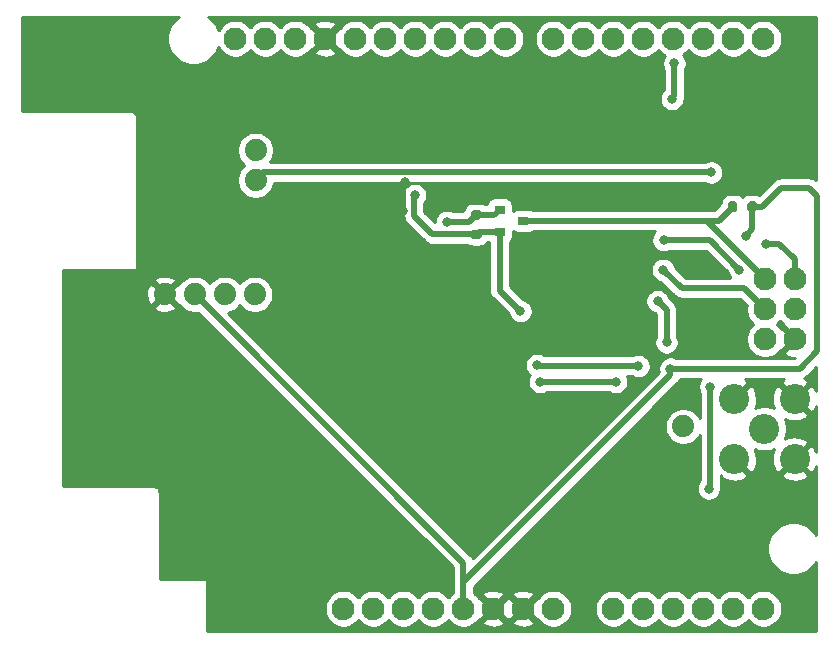
<source format=gbr>
%TF.GenerationSoftware,KiCad,Pcbnew,5.1.6+dfsg1-1*%
%TF.CreationDate,2021-02-21T15:05:16+01:00*%
%TF.ProjectId,RFMduino,52464d64-7569-46e6-9f2e-6b696361645f,rev?*%
%TF.SameCoordinates,Original*%
%TF.FileFunction,Copper,L2,Bot*%
%TF.FilePolarity,Positive*%
%FSLAX46Y46*%
G04 Gerber Fmt 4.6, Leading zero omitted, Abs format (unit mm)*
G04 Created by KiCad (PCBNEW 5.1.6+dfsg1-1) date 2021-02-21 15:05:16*
%MOMM*%
%LPD*%
G01*
G04 APERTURE LIST*
%TA.AperFunction,ComponentPad*%
%ADD10C,1.879600*%
%TD*%
%TA.AperFunction,ComponentPad*%
%ADD11C,2.550000*%
%TD*%
%TA.AperFunction,SMDPad,CuDef*%
%ADD12R,0.900000X0.800000*%
%TD*%
%TA.AperFunction,ComponentPad*%
%ADD13C,1.930400*%
%TD*%
%TA.AperFunction,ViaPad*%
%ADD14C,0.800000*%
%TD*%
%TA.AperFunction,Conductor*%
%ADD15C,0.500000*%
%TD*%
%TA.AperFunction,Conductor*%
%ADD16C,0.254000*%
%TD*%
G04 APERTURE END LIST*
D10*
%TO.P,J1,1*%
%TO.N,Net-(C1-Pad1)*%
X139979400Y-69113400D03*
%TO.P,J1,2*%
%TO.N,VCC*%
X139979400Y-71653400D03*
%TD*%
%TO.P,J2,1*%
%TO.N,/SDA*%
X139925000Y-81319000D03*
%TO.P,J2,2*%
%TO.N,/SCL*%
X137385000Y-81319000D03*
%TO.P,J2,3*%
%TO.N,5V*%
X134845000Y-81319000D03*
%TO.P,J2,4*%
%TO.N,Earth*%
X132305000Y-81319000D03*
%TD*%
%TO.P,J3,1*%
%TO.N,/ANT*%
X176199800Y-92506800D03*
%TD*%
D11*
%TO.P,J4,1*%
%TO.N,/ANT*%
X183070600Y-92710000D03*
%TO.P,J4,2*%
%TO.N,Earth*%
X180521600Y-95260000D03*
%TO.P,J4,3*%
X185620600Y-95260000D03*
%TO.P,J4,4*%
X185620600Y-90160000D03*
%TO.P,J4,5*%
X180521600Y-90160000D03*
%TD*%
D12*
%TO.P,Q1,1*%
%TO.N,+3V3*%
X160659800Y-76042400D03*
%TO.P,Q1,2*%
%TO.N,/MISO_3V3*%
X160659800Y-74142400D03*
%TO.P,Q1,3*%
%TO.N,/MISO_5V*%
X162659800Y-75092400D03*
%TD*%
%TO.P,R3,1*%
%TO.N,5V*%
%TA.AperFunction,SMDPad,CuDef*%
G36*
G01*
X182428600Y-73639000D02*
X182428600Y-74189000D01*
G75*
G02*
X182228600Y-74389000I-200000J0D01*
G01*
X181828600Y-74389000D01*
G75*
G02*
X181628600Y-74189000I0J200000D01*
G01*
X181628600Y-73639000D01*
G75*
G02*
X181828600Y-73439000I200000J0D01*
G01*
X182228600Y-73439000D01*
G75*
G02*
X182428600Y-73639000I0J-200000D01*
G01*
G37*
%TD.AperFunction*%
%TO.P,R3,2*%
%TO.N,/MISO_5V*%
%TA.AperFunction,SMDPad,CuDef*%
G36*
G01*
X180778600Y-73639000D02*
X180778600Y-74189000D01*
G75*
G02*
X180578600Y-74389000I-200000J0D01*
G01*
X180178600Y-74389000D01*
G75*
G02*
X179978600Y-74189000I0J200000D01*
G01*
X179978600Y-73639000D01*
G75*
G02*
X180178600Y-73439000I200000J0D01*
G01*
X180578600Y-73439000D01*
G75*
G02*
X180778600Y-73639000I0J-200000D01*
G01*
G37*
%TD.AperFunction*%
%TD*%
%TO.P,R4,2*%
%TO.N,/MISO_3V3*%
%TA.AperFunction,SMDPad,CuDef*%
G36*
G01*
X158934800Y-74992400D02*
X158384800Y-74992400D01*
G75*
G02*
X158184800Y-74792400I0J200000D01*
G01*
X158184800Y-74392400D01*
G75*
G02*
X158384800Y-74192400I200000J0D01*
G01*
X158934800Y-74192400D01*
G75*
G02*
X159134800Y-74392400I0J-200000D01*
G01*
X159134800Y-74792400D01*
G75*
G02*
X158934800Y-74992400I-200000J0D01*
G01*
G37*
%TD.AperFunction*%
%TO.P,R4,1*%
%TO.N,+3V3*%
%TA.AperFunction,SMDPad,CuDef*%
G36*
G01*
X158934800Y-76642400D02*
X158384800Y-76642400D01*
G75*
G02*
X158184800Y-76442400I0J200000D01*
G01*
X158184800Y-76042400D01*
G75*
G02*
X158384800Y-75842400I200000J0D01*
G01*
X158934800Y-75842400D01*
G75*
G02*
X159134800Y-76042400I0J-200000D01*
G01*
X159134800Y-76442400D01*
G75*
G02*
X158934800Y-76642400I-200000J0D01*
G01*
G37*
%TD.AperFunction*%
%TD*%
D13*
%TO.P,B1,3.3V*%
%TO.N,Net-(B1-Pad3.3V)*%
X155040000Y-107930000D03*
%TO.P,B1,5V*%
%TO.N,5V*%
X157580000Y-107930000D03*
%TO.P,B1,A0*%
%TO.N,Net-(B1-PadA0)*%
X170280000Y-107930000D03*
%TO.P,B1,A1*%
%TO.N,Net-(B1-PadA1)*%
X172820000Y-107930000D03*
%TO.P,B1,A2*%
%TO.N,Net-(B1-PadA2)*%
X175360000Y-107930000D03*
%TO.P,B1,A3*%
%TO.N,Net-(B1-PadA3)*%
X177900000Y-107930000D03*
%TO.P,B1,A4*%
%TO.N,Net-(B1-PadA4)*%
X180440000Y-107930000D03*
%TO.P,B1,A5*%
%TO.N,Net-(B1-PadA5)*%
X182980000Y-107930000D03*
%TO.P,B1,AREF*%
%TO.N,Net-(B1-PadAREF)*%
X143356000Y-59670000D03*
%TO.P,B1,D0*%
%TO.N,Net-(B1-PadD0)*%
X182980000Y-59670000D03*
%TO.P,B1,D1*%
%TO.N,Net-(B1-PadD1)*%
X180440000Y-59670000D03*
%TO.P,B1,D2*%
%TO.N,Net-(B1-PadD2)*%
X177900000Y-59670000D03*
%TO.P,B1,D3*%
%TO.N,/RST_5V*%
X175360000Y-59670000D03*
%TO.P,B1,D4*%
%TO.N,/CS_5V*%
X172820000Y-59670000D03*
%TO.P,B1,D5*%
%TO.N,Net-(B1-PadD5)*%
X170280000Y-59670000D03*
%TO.P,B1,D6*%
%TO.N,Net-(B1-PadD6)*%
X167740000Y-59670000D03*
%TO.P,B1,D7*%
%TO.N,Net-(B1-PadD7)*%
X165200000Y-59670000D03*
%TO.P,B1,D8*%
%TO.N,Net-(B1-PadD8)*%
X161136000Y-59670000D03*
%TO.P,B1,D9*%
%TO.N,Net-(B1-PadD9)*%
X158596000Y-59670000D03*
%TO.P,B1,D10*%
%TO.N,Net-(B1-PadD10)*%
X156056000Y-59670000D03*
%TO.P,B1,D11*%
%TO.N,Net-(B1-PadD11)*%
X153516000Y-59670000D03*
%TO.P,B1,D12*%
%TO.N,Net-(B1-PadD12)*%
X150976000Y-59670000D03*
%TO.P,B1,D13*%
%TO.N,Net-(B1-PadD13)*%
X148436000Y-59670000D03*
%TO.P,B1,GND@*%
%TO.N,Earth*%
X160120000Y-107930000D03*
X162660000Y-107930000D03*
X145896000Y-59670000D03*
X185659700Y-85118260D03*
%TO.P,B1,IORE*%
%TO.N,Net-(B1-PadIORE)*%
X149960000Y-107930000D03*
%TO.P,B1,MISO*%
%TO.N,/MISO_5V*%
X183119700Y-80040800D03*
%TO.P,B1,MOSI*%
%TO.N,/MOSI_5V*%
X185659700Y-82580800D03*
%TO.P,B1,NC*%
%TO.N,N/C*%
X147420000Y-107930000D03*
%TO.P,B1,RESE*%
%TO.N,Net-(B1-PadRESE)*%
X152500000Y-107930000D03*
X183119700Y-85118260D03*
%TO.P,B1,SCK*%
%TO.N,/SCK_5V*%
X183119700Y-82580800D03*
%TO.P,B1,SCL*%
%TO.N,/SCL*%
X138276000Y-59670000D03*
%TO.P,B1,SDA*%
%TO.N,/SDA*%
X140816000Y-59670000D03*
%TO.P,B1,VCC*%
%TO.N,VCC*%
X185659700Y-80040800D03*
%TO.P,B1,VIN*%
%TO.N,Net-(B1-PadVIN)*%
X165200000Y-107930000D03*
%TD*%
D14*
%TO.N,5V*%
X181483000Y-76352400D03*
X175107600Y-87604600D03*
%TO.N,Net-(B1-PadRESE)*%
X178485800Y-89128600D03*
X178350902Y-97764600D03*
%TO.N,/RST_5V*%
X174777400Y-85394800D03*
X174015400Y-81889600D03*
X175437800Y-61772800D03*
X175234600Y-64770000D03*
%TO.N,Earth*%
X152654000Y-71843000D03*
X152425400Y-74295000D03*
%TO.N,/MOSI_5V*%
X174523400Y-76733400D03*
X180949600Y-79222600D03*
%TO.N,/SCK_5V*%
X174498000Y-79248000D03*
%TO.N,VCC*%
X183184800Y-77038200D03*
X178562000Y-70993000D03*
%TO.N,+3V3*%
X162407600Y-82753200D03*
X153466800Y-72923400D03*
%TO.N,/MISO_3V3*%
X156210000Y-75184000D03*
%TO.N,/RST_3V3*%
X170484800Y-88722200D03*
X164084000Y-88722200D03*
%TO.N,/CS_3V3*%
X172389800Y-87401400D03*
X163830000Y-87325200D03*
%TD*%
D15*
%TO.N,5V*%
X182028600Y-75806800D02*
X181483000Y-76352400D01*
X182028600Y-73914000D02*
X182028600Y-75806800D01*
X157580000Y-104054000D02*
X134845000Y-81319000D01*
X157580000Y-107930000D02*
X157580000Y-104054000D01*
X157580000Y-105697885D02*
X157580000Y-107930000D01*
X175107600Y-88170285D02*
X157580000Y-105697885D01*
X175107600Y-87604600D02*
X175107600Y-88170285D01*
X182028600Y-73914000D02*
X182854600Y-73914000D01*
X182854600Y-73914000D02*
X184454800Y-72313800D01*
X184454800Y-72313800D02*
X186867800Y-72313800D01*
X187557501Y-73003501D02*
X187557501Y-86127499D01*
X186867800Y-72313800D02*
X187557501Y-73003501D01*
X186080400Y-87604600D02*
X175107600Y-87604600D01*
X187557501Y-86127499D02*
X186080400Y-87604600D01*
%TO.N,Net-(B1-PadRESE)*%
X178485800Y-97629702D02*
X178350902Y-97764600D01*
X178485800Y-89128600D02*
X178485800Y-97629702D01*
%TO.N,/RST_5V*%
X174777400Y-82651600D02*
X174015400Y-81889600D01*
X174777400Y-85394800D02*
X174777400Y-82651600D01*
X175437800Y-64566800D02*
X175234600Y-64770000D01*
X175437800Y-61772800D02*
X175437800Y-64566800D01*
%TO.N,Earth*%
X152425400Y-72071600D02*
X152425400Y-74295000D01*
X152654000Y-71843000D02*
X152425400Y-72071600D01*
%TO.N,/MISO_5V*%
X178171300Y-75092400D02*
X183119700Y-80040800D01*
X162659800Y-75092400D02*
X178171300Y-75092400D01*
X179200200Y-75092400D02*
X180378600Y-73914000D01*
X178171300Y-75092400D02*
X179200200Y-75092400D01*
%TO.N,/MOSI_5V*%
X178460400Y-76733400D02*
X180949600Y-79222600D01*
X174523400Y-76733400D02*
X178460400Y-76733400D01*
%TO.N,/SCK_5V*%
X174498000Y-79248000D02*
X176047400Y-80797400D01*
X181336300Y-80797400D02*
X183119700Y-82580800D01*
X176047400Y-80797400D02*
X181336300Y-80797400D01*
%TO.N,VCC*%
X185659700Y-80040800D02*
X185659700Y-78370100D01*
X184327800Y-77038200D02*
X183184800Y-77038200D01*
X185659700Y-78370100D02*
X184327800Y-77038200D01*
X140639800Y-70993000D02*
X139979400Y-71653400D01*
X178562000Y-70993000D02*
X140639800Y-70993000D01*
%TO.N,+3V3*%
X158859800Y-76042400D02*
X158659800Y-76242400D01*
X160659800Y-76042400D02*
X158859800Y-76042400D01*
X160659800Y-81005400D02*
X160659800Y-76042400D01*
X162407600Y-82753200D02*
X160659800Y-81005400D01*
X158659800Y-76242400D02*
X154957000Y-76242400D01*
X154957000Y-76242400D02*
X153390600Y-74676000D01*
X153390600Y-72999600D02*
X153466800Y-72923400D01*
X153390600Y-74676000D02*
X153390600Y-72999600D01*
%TO.N,/MISO_3V3*%
X158068200Y-75184000D02*
X158659800Y-74592400D01*
X156210000Y-75184000D02*
X158068200Y-75184000D01*
X160209800Y-74592400D02*
X160659800Y-74142400D01*
X158659800Y-74592400D02*
X160209800Y-74592400D01*
%TO.N,/RST_3V3*%
X170484800Y-88722200D02*
X164084000Y-88722200D01*
%TO.N,/CS_3V3*%
X172364400Y-87376000D02*
X172389800Y-87401400D01*
X163880800Y-87376000D02*
X172364400Y-87376000D01*
X163830000Y-87325200D02*
X163880800Y-87376000D01*
%TD*%
D16*
%TO.N,Earth*%
G36*
X133303239Y-57943671D02*
G01*
X132993671Y-58253239D01*
X132750446Y-58617251D01*
X132582909Y-59021721D01*
X132497500Y-59451103D01*
X132497500Y-59888897D01*
X132582909Y-60318279D01*
X132750446Y-60722749D01*
X132993671Y-61086761D01*
X133303239Y-61396329D01*
X133667251Y-61639554D01*
X134071721Y-61807091D01*
X134501103Y-61892500D01*
X134938897Y-61892500D01*
X135368279Y-61807091D01*
X135772749Y-61639554D01*
X136136761Y-61396329D01*
X136446329Y-61086761D01*
X136689554Y-60722749D01*
X136834786Y-60372127D01*
X136857921Y-60427979D01*
X137033043Y-60690068D01*
X137255932Y-60912957D01*
X137518021Y-61088079D01*
X137809239Y-61208706D01*
X138118394Y-61270200D01*
X138433606Y-61270200D01*
X138742761Y-61208706D01*
X139033979Y-61088079D01*
X139296068Y-60912957D01*
X139518957Y-60690068D01*
X139546000Y-60649595D01*
X139573043Y-60690068D01*
X139795932Y-60912957D01*
X140058021Y-61088079D01*
X140349239Y-61208706D01*
X140658394Y-61270200D01*
X140973606Y-61270200D01*
X141282761Y-61208706D01*
X141573979Y-61088079D01*
X141836068Y-60912957D01*
X142058957Y-60690068D01*
X142086000Y-60649595D01*
X142113043Y-60690068D01*
X142335932Y-60912957D01*
X142598021Y-61088079D01*
X142889239Y-61208706D01*
X143198394Y-61270200D01*
X143513606Y-61270200D01*
X143822761Y-61208706D01*
X144113979Y-61088079D01*
X144376068Y-60912957D01*
X144508431Y-60780594D01*
X144965011Y-60780594D01*
X145056572Y-61041438D01*
X145340256Y-61178851D01*
X145645296Y-61258279D01*
X145959971Y-61276670D01*
X146272188Y-61233318D01*
X146569948Y-61129888D01*
X146735428Y-61041438D01*
X146826989Y-60780594D01*
X145896000Y-59849605D01*
X144965011Y-60780594D01*
X144508431Y-60780594D01*
X144598957Y-60690068D01*
X144682592Y-60564899D01*
X144785406Y-60600989D01*
X145716395Y-59670000D01*
X146075605Y-59670000D01*
X147006594Y-60600989D01*
X147109408Y-60564899D01*
X147193043Y-60690068D01*
X147415932Y-60912957D01*
X147678021Y-61088079D01*
X147969239Y-61208706D01*
X148278394Y-61270200D01*
X148593606Y-61270200D01*
X148902761Y-61208706D01*
X149193979Y-61088079D01*
X149456068Y-60912957D01*
X149678957Y-60690068D01*
X149706000Y-60649595D01*
X149733043Y-60690068D01*
X149955932Y-60912957D01*
X150218021Y-61088079D01*
X150509239Y-61208706D01*
X150818394Y-61270200D01*
X151133606Y-61270200D01*
X151442761Y-61208706D01*
X151733979Y-61088079D01*
X151996068Y-60912957D01*
X152218957Y-60690068D01*
X152246000Y-60649595D01*
X152273043Y-60690068D01*
X152495932Y-60912957D01*
X152758021Y-61088079D01*
X153049239Y-61208706D01*
X153358394Y-61270200D01*
X153673606Y-61270200D01*
X153982761Y-61208706D01*
X154273979Y-61088079D01*
X154536068Y-60912957D01*
X154758957Y-60690068D01*
X154786000Y-60649595D01*
X154813043Y-60690068D01*
X155035932Y-60912957D01*
X155298021Y-61088079D01*
X155589239Y-61208706D01*
X155898394Y-61270200D01*
X156213606Y-61270200D01*
X156522761Y-61208706D01*
X156813979Y-61088079D01*
X157076068Y-60912957D01*
X157298957Y-60690068D01*
X157326000Y-60649595D01*
X157353043Y-60690068D01*
X157575932Y-60912957D01*
X157838021Y-61088079D01*
X158129239Y-61208706D01*
X158438394Y-61270200D01*
X158753606Y-61270200D01*
X159062761Y-61208706D01*
X159353979Y-61088079D01*
X159616068Y-60912957D01*
X159838957Y-60690068D01*
X159866000Y-60649595D01*
X159893043Y-60690068D01*
X160115932Y-60912957D01*
X160378021Y-61088079D01*
X160669239Y-61208706D01*
X160978394Y-61270200D01*
X161293606Y-61270200D01*
X161602761Y-61208706D01*
X161893979Y-61088079D01*
X162156068Y-60912957D01*
X162378957Y-60690068D01*
X162554079Y-60427979D01*
X162674706Y-60136761D01*
X162736200Y-59827606D01*
X162736200Y-59512394D01*
X163599800Y-59512394D01*
X163599800Y-59827606D01*
X163661294Y-60136761D01*
X163781921Y-60427979D01*
X163957043Y-60690068D01*
X164179932Y-60912957D01*
X164442021Y-61088079D01*
X164733239Y-61208706D01*
X165042394Y-61270200D01*
X165357606Y-61270200D01*
X165666761Y-61208706D01*
X165957979Y-61088079D01*
X166220068Y-60912957D01*
X166442957Y-60690068D01*
X166470000Y-60649595D01*
X166497043Y-60690068D01*
X166719932Y-60912957D01*
X166982021Y-61088079D01*
X167273239Y-61208706D01*
X167582394Y-61270200D01*
X167897606Y-61270200D01*
X168206761Y-61208706D01*
X168497979Y-61088079D01*
X168760068Y-60912957D01*
X168982957Y-60690068D01*
X169010000Y-60649595D01*
X169037043Y-60690068D01*
X169259932Y-60912957D01*
X169522021Y-61088079D01*
X169813239Y-61208706D01*
X170122394Y-61270200D01*
X170437606Y-61270200D01*
X170746761Y-61208706D01*
X171037979Y-61088079D01*
X171300068Y-60912957D01*
X171522957Y-60690068D01*
X171550000Y-60649595D01*
X171577043Y-60690068D01*
X171799932Y-60912957D01*
X172062021Y-61088079D01*
X172353239Y-61208706D01*
X172662394Y-61270200D01*
X172977606Y-61270200D01*
X173286761Y-61208706D01*
X173577979Y-61088079D01*
X173840068Y-60912957D01*
X174062957Y-60690068D01*
X174090000Y-60649595D01*
X174117043Y-60690068D01*
X174339932Y-60912957D01*
X174602021Y-61088079D01*
X174642177Y-61104712D01*
X174633863Y-61113026D01*
X174520595Y-61282544D01*
X174442574Y-61470902D01*
X174402800Y-61670861D01*
X174402800Y-61874739D01*
X174442574Y-62074698D01*
X174520595Y-62263056D01*
X174552800Y-62311255D01*
X174552801Y-63988088D01*
X174430663Y-64110226D01*
X174317395Y-64279744D01*
X174239374Y-64468102D01*
X174199600Y-64668061D01*
X174199600Y-64871939D01*
X174239374Y-65071898D01*
X174317395Y-65260256D01*
X174430663Y-65429774D01*
X174574826Y-65573937D01*
X174744344Y-65687205D01*
X174932702Y-65765226D01*
X175132661Y-65805000D01*
X175336539Y-65805000D01*
X175536498Y-65765226D01*
X175724856Y-65687205D01*
X175894374Y-65573937D01*
X176038537Y-65429774D01*
X176151805Y-65260256D01*
X176229826Y-65071898D01*
X176268726Y-64876335D01*
X176309995Y-64740290D01*
X176322800Y-64610277D01*
X176322800Y-64610267D01*
X176327081Y-64566801D01*
X176322800Y-64523335D01*
X176322800Y-62311254D01*
X176355005Y-62263056D01*
X176433026Y-62074698D01*
X176472800Y-61874739D01*
X176472800Y-61670861D01*
X176433026Y-61470902D01*
X176355005Y-61282544D01*
X176241737Y-61113026D01*
X176177212Y-61048501D01*
X176380068Y-60912957D01*
X176602957Y-60690068D01*
X176630000Y-60649595D01*
X176657043Y-60690068D01*
X176879932Y-60912957D01*
X177142021Y-61088079D01*
X177433239Y-61208706D01*
X177742394Y-61270200D01*
X178057606Y-61270200D01*
X178366761Y-61208706D01*
X178657979Y-61088079D01*
X178920068Y-60912957D01*
X179142957Y-60690068D01*
X179170000Y-60649595D01*
X179197043Y-60690068D01*
X179419932Y-60912957D01*
X179682021Y-61088079D01*
X179973239Y-61208706D01*
X180282394Y-61270200D01*
X180597606Y-61270200D01*
X180906761Y-61208706D01*
X181197979Y-61088079D01*
X181460068Y-60912957D01*
X181682957Y-60690068D01*
X181710000Y-60649595D01*
X181737043Y-60690068D01*
X181959932Y-60912957D01*
X182222021Y-61088079D01*
X182513239Y-61208706D01*
X182822394Y-61270200D01*
X183137606Y-61270200D01*
X183446761Y-61208706D01*
X183737979Y-61088079D01*
X184000068Y-60912957D01*
X184222957Y-60690068D01*
X184398079Y-60427979D01*
X184518706Y-60136761D01*
X184580200Y-59827606D01*
X184580200Y-59512394D01*
X184518706Y-59203239D01*
X184398079Y-58912021D01*
X184222957Y-58649932D01*
X184000068Y-58427043D01*
X183737979Y-58251921D01*
X183446761Y-58131294D01*
X183137606Y-58069800D01*
X182822394Y-58069800D01*
X182513239Y-58131294D01*
X182222021Y-58251921D01*
X181959932Y-58427043D01*
X181737043Y-58649932D01*
X181710000Y-58690405D01*
X181682957Y-58649932D01*
X181460068Y-58427043D01*
X181197979Y-58251921D01*
X180906761Y-58131294D01*
X180597606Y-58069800D01*
X180282394Y-58069800D01*
X179973239Y-58131294D01*
X179682021Y-58251921D01*
X179419932Y-58427043D01*
X179197043Y-58649932D01*
X179170000Y-58690405D01*
X179142957Y-58649932D01*
X178920068Y-58427043D01*
X178657979Y-58251921D01*
X178366761Y-58131294D01*
X178057606Y-58069800D01*
X177742394Y-58069800D01*
X177433239Y-58131294D01*
X177142021Y-58251921D01*
X176879932Y-58427043D01*
X176657043Y-58649932D01*
X176630000Y-58690405D01*
X176602957Y-58649932D01*
X176380068Y-58427043D01*
X176117979Y-58251921D01*
X175826761Y-58131294D01*
X175517606Y-58069800D01*
X175202394Y-58069800D01*
X174893239Y-58131294D01*
X174602021Y-58251921D01*
X174339932Y-58427043D01*
X174117043Y-58649932D01*
X174090000Y-58690405D01*
X174062957Y-58649932D01*
X173840068Y-58427043D01*
X173577979Y-58251921D01*
X173286761Y-58131294D01*
X172977606Y-58069800D01*
X172662394Y-58069800D01*
X172353239Y-58131294D01*
X172062021Y-58251921D01*
X171799932Y-58427043D01*
X171577043Y-58649932D01*
X171550000Y-58690405D01*
X171522957Y-58649932D01*
X171300068Y-58427043D01*
X171037979Y-58251921D01*
X170746761Y-58131294D01*
X170437606Y-58069800D01*
X170122394Y-58069800D01*
X169813239Y-58131294D01*
X169522021Y-58251921D01*
X169259932Y-58427043D01*
X169037043Y-58649932D01*
X169010000Y-58690405D01*
X168982957Y-58649932D01*
X168760068Y-58427043D01*
X168497979Y-58251921D01*
X168206761Y-58131294D01*
X167897606Y-58069800D01*
X167582394Y-58069800D01*
X167273239Y-58131294D01*
X166982021Y-58251921D01*
X166719932Y-58427043D01*
X166497043Y-58649932D01*
X166470000Y-58690405D01*
X166442957Y-58649932D01*
X166220068Y-58427043D01*
X165957979Y-58251921D01*
X165666761Y-58131294D01*
X165357606Y-58069800D01*
X165042394Y-58069800D01*
X164733239Y-58131294D01*
X164442021Y-58251921D01*
X164179932Y-58427043D01*
X163957043Y-58649932D01*
X163781921Y-58912021D01*
X163661294Y-59203239D01*
X163599800Y-59512394D01*
X162736200Y-59512394D01*
X162674706Y-59203239D01*
X162554079Y-58912021D01*
X162378957Y-58649932D01*
X162156068Y-58427043D01*
X161893979Y-58251921D01*
X161602761Y-58131294D01*
X161293606Y-58069800D01*
X160978394Y-58069800D01*
X160669239Y-58131294D01*
X160378021Y-58251921D01*
X160115932Y-58427043D01*
X159893043Y-58649932D01*
X159866000Y-58690405D01*
X159838957Y-58649932D01*
X159616068Y-58427043D01*
X159353979Y-58251921D01*
X159062761Y-58131294D01*
X158753606Y-58069800D01*
X158438394Y-58069800D01*
X158129239Y-58131294D01*
X157838021Y-58251921D01*
X157575932Y-58427043D01*
X157353043Y-58649932D01*
X157326000Y-58690405D01*
X157298957Y-58649932D01*
X157076068Y-58427043D01*
X156813979Y-58251921D01*
X156522761Y-58131294D01*
X156213606Y-58069800D01*
X155898394Y-58069800D01*
X155589239Y-58131294D01*
X155298021Y-58251921D01*
X155035932Y-58427043D01*
X154813043Y-58649932D01*
X154786000Y-58690405D01*
X154758957Y-58649932D01*
X154536068Y-58427043D01*
X154273979Y-58251921D01*
X153982761Y-58131294D01*
X153673606Y-58069800D01*
X153358394Y-58069800D01*
X153049239Y-58131294D01*
X152758021Y-58251921D01*
X152495932Y-58427043D01*
X152273043Y-58649932D01*
X152246000Y-58690405D01*
X152218957Y-58649932D01*
X151996068Y-58427043D01*
X151733979Y-58251921D01*
X151442761Y-58131294D01*
X151133606Y-58069800D01*
X150818394Y-58069800D01*
X150509239Y-58131294D01*
X150218021Y-58251921D01*
X149955932Y-58427043D01*
X149733043Y-58649932D01*
X149706000Y-58690405D01*
X149678957Y-58649932D01*
X149456068Y-58427043D01*
X149193979Y-58251921D01*
X148902761Y-58131294D01*
X148593606Y-58069800D01*
X148278394Y-58069800D01*
X147969239Y-58131294D01*
X147678021Y-58251921D01*
X147415932Y-58427043D01*
X147193043Y-58649932D01*
X147109408Y-58775101D01*
X147006594Y-58739011D01*
X146075605Y-59670000D01*
X145716395Y-59670000D01*
X144785406Y-58739011D01*
X144682592Y-58775101D01*
X144598957Y-58649932D01*
X144508431Y-58559406D01*
X144965011Y-58559406D01*
X145896000Y-59490395D01*
X146826989Y-58559406D01*
X146735428Y-58298562D01*
X146451744Y-58161149D01*
X146146704Y-58081721D01*
X145832029Y-58063330D01*
X145519812Y-58106682D01*
X145222052Y-58210112D01*
X145056572Y-58298562D01*
X144965011Y-58559406D01*
X144508431Y-58559406D01*
X144376068Y-58427043D01*
X144113979Y-58251921D01*
X143822761Y-58131294D01*
X143513606Y-58069800D01*
X143198394Y-58069800D01*
X142889239Y-58131294D01*
X142598021Y-58251921D01*
X142335932Y-58427043D01*
X142113043Y-58649932D01*
X142086000Y-58690405D01*
X142058957Y-58649932D01*
X141836068Y-58427043D01*
X141573979Y-58251921D01*
X141282761Y-58131294D01*
X140973606Y-58069800D01*
X140658394Y-58069800D01*
X140349239Y-58131294D01*
X140058021Y-58251921D01*
X139795932Y-58427043D01*
X139573043Y-58649932D01*
X139546000Y-58690405D01*
X139518957Y-58649932D01*
X139296068Y-58427043D01*
X139033979Y-58251921D01*
X138742761Y-58131294D01*
X138433606Y-58069800D01*
X138118394Y-58069800D01*
X137809239Y-58131294D01*
X137518021Y-58251921D01*
X137255932Y-58427043D01*
X137033043Y-58649932D01*
X136857921Y-58912021D01*
X136834786Y-58967873D01*
X136689554Y-58617251D01*
X136446329Y-58253239D01*
X136136761Y-57943671D01*
X135936708Y-57810000D01*
X187427000Y-57810000D01*
X187427000Y-71627850D01*
X187361859Y-71574389D01*
X187208113Y-71492211D01*
X187041290Y-71441605D01*
X186911277Y-71428800D01*
X186911269Y-71428800D01*
X186867800Y-71424519D01*
X186824331Y-71428800D01*
X184498269Y-71428800D01*
X184454800Y-71424519D01*
X184411331Y-71428800D01*
X184411323Y-71428800D01*
X184281310Y-71441605D01*
X184114486Y-71492211D01*
X183960741Y-71574389D01*
X183859753Y-71657268D01*
X183859751Y-71657270D01*
X183825983Y-71684983D01*
X183798270Y-71718751D01*
X182616428Y-72900594D01*
X182549316Y-72864722D01*
X182392100Y-72817031D01*
X182228600Y-72800928D01*
X181828600Y-72800928D01*
X181665100Y-72817031D01*
X181507884Y-72864722D01*
X181362992Y-72942169D01*
X181235994Y-73046394D01*
X181203600Y-73085866D01*
X181171206Y-73046394D01*
X181044208Y-72942169D01*
X180899316Y-72864722D01*
X180742100Y-72817031D01*
X180578600Y-72800928D01*
X180178600Y-72800928D01*
X180015100Y-72817031D01*
X179857884Y-72864722D01*
X179712992Y-72942169D01*
X179585994Y-73046394D01*
X179481769Y-73173392D01*
X179404322Y-73318284D01*
X179356631Y-73475500D01*
X179340528Y-73639000D01*
X179340528Y-73700493D01*
X178833622Y-74207400D01*
X178214769Y-74207400D01*
X178171300Y-74203119D01*
X178127831Y-74207400D01*
X163519781Y-74207400D01*
X163464294Y-74161863D01*
X163353980Y-74102898D01*
X163234282Y-74066588D01*
X163109800Y-74054328D01*
X162209800Y-74054328D01*
X162085318Y-74066588D01*
X161965620Y-74102898D01*
X161855306Y-74161863D01*
X161758615Y-74241215D01*
X161747872Y-74254305D01*
X161747872Y-73742400D01*
X161735612Y-73617918D01*
X161699302Y-73498220D01*
X161640337Y-73387906D01*
X161560985Y-73291215D01*
X161464294Y-73211863D01*
X161353980Y-73152898D01*
X161234282Y-73116588D01*
X161109800Y-73104328D01*
X160209800Y-73104328D01*
X160085318Y-73116588D01*
X159965620Y-73152898D01*
X159855306Y-73211863D01*
X159758615Y-73291215D01*
X159679263Y-73387906D01*
X159620298Y-73498220D01*
X159583988Y-73617918D01*
X159575175Y-73707400D01*
X159414824Y-73707400D01*
X159400408Y-73695569D01*
X159255516Y-73618122D01*
X159098300Y-73570431D01*
X158934800Y-73554328D01*
X158384800Y-73554328D01*
X158221300Y-73570431D01*
X158064084Y-73618122D01*
X157919192Y-73695569D01*
X157792194Y-73799794D01*
X157687969Y-73926792D01*
X157610522Y-74071684D01*
X157562831Y-74228900D01*
X157555927Y-74299000D01*
X156748454Y-74299000D01*
X156700256Y-74266795D01*
X156511898Y-74188774D01*
X156311939Y-74149000D01*
X156108061Y-74149000D01*
X155908102Y-74188774D01*
X155719744Y-74266795D01*
X155550226Y-74380063D01*
X155406063Y-74524226D01*
X155292795Y-74693744D01*
X155214774Y-74882102D01*
X155175000Y-75082061D01*
X155175000Y-75208821D01*
X154275600Y-74309422D01*
X154275600Y-73575896D01*
X154384005Y-73413656D01*
X154462026Y-73225298D01*
X154501800Y-73025339D01*
X154501800Y-72821461D01*
X154462026Y-72621502D01*
X154384005Y-72433144D01*
X154270737Y-72263626D01*
X154126574Y-72119463D01*
X153957056Y-72006195D01*
X153768698Y-71928174D01*
X153568739Y-71888400D01*
X153364861Y-71888400D01*
X153164902Y-71928174D01*
X152976544Y-72006195D01*
X152807026Y-72119463D01*
X152662863Y-72263626D01*
X152549595Y-72433144D01*
X152471574Y-72621502D01*
X152431800Y-72821461D01*
X152431800Y-73025339D01*
X152471574Y-73225298D01*
X152505601Y-73307445D01*
X152505600Y-74632531D01*
X152501319Y-74676000D01*
X152505600Y-74719469D01*
X152505600Y-74719476D01*
X152513854Y-74803281D01*
X152517834Y-74843687D01*
X152518405Y-74849489D01*
X152569011Y-75016312D01*
X152651189Y-75170058D01*
X152761783Y-75304817D01*
X152795556Y-75332534D01*
X154300470Y-76837449D01*
X154328183Y-76871217D01*
X154361951Y-76898930D01*
X154361953Y-76898932D01*
X154433452Y-76957610D01*
X154462941Y-76981811D01*
X154616687Y-77063989D01*
X154783510Y-77114595D01*
X154913523Y-77127400D01*
X154913533Y-77127400D01*
X154956999Y-77131681D01*
X155000465Y-77127400D01*
X157904776Y-77127400D01*
X157919192Y-77139231D01*
X158064084Y-77216678D01*
X158221300Y-77264369D01*
X158384800Y-77280472D01*
X158934800Y-77280472D01*
X159098300Y-77264369D01*
X159255516Y-77216678D01*
X159400408Y-77139231D01*
X159527406Y-77035006D01*
X159615716Y-76927400D01*
X159774801Y-76927400D01*
X159774800Y-80961931D01*
X159770519Y-81005400D01*
X159774800Y-81048869D01*
X159774800Y-81048876D01*
X159787605Y-81178889D01*
X159838211Y-81345712D01*
X159920389Y-81499458D01*
X160030983Y-81634217D01*
X160064756Y-81661934D01*
X161401065Y-82998244D01*
X161412374Y-83055098D01*
X161490395Y-83243456D01*
X161603663Y-83412974D01*
X161747826Y-83557137D01*
X161917344Y-83670405D01*
X162105702Y-83748426D01*
X162305661Y-83788200D01*
X162509539Y-83788200D01*
X162709498Y-83748426D01*
X162897856Y-83670405D01*
X163067374Y-83557137D01*
X163211537Y-83412974D01*
X163324805Y-83243456D01*
X163402826Y-83055098D01*
X163442600Y-82855139D01*
X163442600Y-82651261D01*
X163402826Y-82451302D01*
X163324805Y-82262944D01*
X163211537Y-82093426D01*
X163067374Y-81949263D01*
X162897856Y-81835995D01*
X162781169Y-81787661D01*
X172980400Y-81787661D01*
X172980400Y-81991539D01*
X173020174Y-82191498D01*
X173098195Y-82379856D01*
X173211463Y-82549374D01*
X173355626Y-82693537D01*
X173525144Y-82806805D01*
X173713502Y-82884826D01*
X173770356Y-82896135D01*
X173892401Y-83018180D01*
X173892400Y-84856345D01*
X173860195Y-84904544D01*
X173782174Y-85092902D01*
X173742400Y-85292861D01*
X173742400Y-85496739D01*
X173782174Y-85696698D01*
X173860195Y-85885056D01*
X173973463Y-86054574D01*
X174117626Y-86198737D01*
X174287144Y-86312005D01*
X174475502Y-86390026D01*
X174675461Y-86429800D01*
X174879339Y-86429800D01*
X175079298Y-86390026D01*
X175267656Y-86312005D01*
X175437174Y-86198737D01*
X175581337Y-86054574D01*
X175694605Y-85885056D01*
X175772626Y-85696698D01*
X175812400Y-85496739D01*
X175812400Y-85292861D01*
X175772626Y-85092902D01*
X175694605Y-84904544D01*
X175662400Y-84856346D01*
X175662400Y-82695069D01*
X175666681Y-82651600D01*
X175662400Y-82608131D01*
X175662400Y-82608123D01*
X175649595Y-82478110D01*
X175598989Y-82311287D01*
X175516811Y-82157541D01*
X175458706Y-82086740D01*
X175433932Y-82056553D01*
X175433930Y-82056551D01*
X175406217Y-82022783D01*
X175372449Y-81995070D01*
X175021935Y-81644556D01*
X175010626Y-81587702D01*
X174932605Y-81399344D01*
X174819337Y-81229826D01*
X174675174Y-81085663D01*
X174505656Y-80972395D01*
X174317298Y-80894374D01*
X174117339Y-80854600D01*
X173913461Y-80854600D01*
X173713502Y-80894374D01*
X173525144Y-80972395D01*
X173355626Y-81085663D01*
X173211463Y-81229826D01*
X173098195Y-81399344D01*
X173020174Y-81587702D01*
X172980400Y-81787661D01*
X162781169Y-81787661D01*
X162709498Y-81757974D01*
X162652644Y-81746665D01*
X161544800Y-80638822D01*
X161544800Y-76906868D01*
X161560985Y-76893585D01*
X161640337Y-76796894D01*
X161699302Y-76686580D01*
X161735612Y-76566882D01*
X161747872Y-76442400D01*
X161747872Y-75930495D01*
X161758615Y-75943585D01*
X161855306Y-76022937D01*
X161965620Y-76081902D01*
X162085318Y-76118212D01*
X162209800Y-76130472D01*
X163109800Y-76130472D01*
X163234282Y-76118212D01*
X163353980Y-76081902D01*
X163464294Y-76022937D01*
X163519781Y-75977400D01*
X173815689Y-75977400D01*
X173719463Y-76073626D01*
X173606195Y-76243144D01*
X173528174Y-76431502D01*
X173488400Y-76631461D01*
X173488400Y-76835339D01*
X173528174Y-77035298D01*
X173606195Y-77223656D01*
X173719463Y-77393174D01*
X173863626Y-77537337D01*
X174033144Y-77650605D01*
X174221502Y-77728626D01*
X174421461Y-77768400D01*
X174625339Y-77768400D01*
X174825298Y-77728626D01*
X175013656Y-77650605D01*
X175061854Y-77618400D01*
X178093822Y-77618400D01*
X179943065Y-79467644D01*
X179954374Y-79524498D01*
X180032395Y-79712856D01*
X180145663Y-79882374D01*
X180175689Y-79912400D01*
X176413979Y-79912400D01*
X175504535Y-79002957D01*
X175493226Y-78946102D01*
X175415205Y-78757744D01*
X175301937Y-78588226D01*
X175157774Y-78444063D01*
X174988256Y-78330795D01*
X174799898Y-78252774D01*
X174599939Y-78213000D01*
X174396061Y-78213000D01*
X174196102Y-78252774D01*
X174007744Y-78330795D01*
X173838226Y-78444063D01*
X173694063Y-78588226D01*
X173580795Y-78757744D01*
X173502774Y-78946102D01*
X173463000Y-79146061D01*
X173463000Y-79349939D01*
X173502774Y-79549898D01*
X173580795Y-79738256D01*
X173694063Y-79907774D01*
X173838226Y-80051937D01*
X174007744Y-80165205D01*
X174196102Y-80243226D01*
X174252957Y-80254535D01*
X175390870Y-81392449D01*
X175418583Y-81426217D01*
X175452351Y-81453930D01*
X175452353Y-81453932D01*
X175458381Y-81458879D01*
X175553341Y-81536811D01*
X175707087Y-81618989D01*
X175873910Y-81669595D01*
X176003923Y-81682400D01*
X176003933Y-81682400D01*
X176047399Y-81686681D01*
X176090865Y-81682400D01*
X180969722Y-81682400D01*
X181551191Y-82263870D01*
X181519500Y-82423194D01*
X181519500Y-82738406D01*
X181580994Y-83047561D01*
X181701621Y-83338779D01*
X181876743Y-83600868D01*
X182099632Y-83823757D01*
X182138204Y-83849530D01*
X182099632Y-83875303D01*
X181876743Y-84098192D01*
X181701621Y-84360281D01*
X181580994Y-84651499D01*
X181519500Y-84960654D01*
X181519500Y-85275866D01*
X181580994Y-85585021D01*
X181701621Y-85876239D01*
X181876743Y-86138328D01*
X182099632Y-86361217D01*
X182361721Y-86536339D01*
X182652939Y-86656966D01*
X182962094Y-86718460D01*
X183277306Y-86718460D01*
X183586461Y-86656966D01*
X183877679Y-86536339D01*
X184139768Y-86361217D01*
X184362657Y-86138328D01*
X184446292Y-86013159D01*
X184549106Y-86049249D01*
X185480095Y-85118260D01*
X184549106Y-84187271D01*
X184446292Y-84223361D01*
X184362657Y-84098192D01*
X184139768Y-83875303D01*
X184101196Y-83849530D01*
X184139768Y-83823757D01*
X184362657Y-83600868D01*
X184389700Y-83560395D01*
X184416743Y-83600868D01*
X184639632Y-83823757D01*
X184764078Y-83906909D01*
X184728711Y-84007666D01*
X185659700Y-84938655D01*
X185673843Y-84924513D01*
X185853448Y-85104118D01*
X185839305Y-85118260D01*
X185853448Y-85132403D01*
X185673843Y-85312008D01*
X185659700Y-85297865D01*
X184728711Y-86228854D01*
X184820272Y-86489698D01*
X185103956Y-86627111D01*
X185408996Y-86706539D01*
X185632473Y-86719600D01*
X175646054Y-86719600D01*
X175597856Y-86687395D01*
X175409498Y-86609374D01*
X175209539Y-86569600D01*
X175005661Y-86569600D01*
X174805702Y-86609374D01*
X174617344Y-86687395D01*
X174447826Y-86800663D01*
X174303663Y-86944826D01*
X174190395Y-87114344D01*
X174112374Y-87302702D01*
X174072600Y-87502661D01*
X174072600Y-87706539D01*
X174112374Y-87906498D01*
X174114551Y-87911755D01*
X158370599Y-103655708D01*
X158319411Y-103559941D01*
X158208817Y-103425183D01*
X158175049Y-103397470D01*
X142000840Y-87223261D01*
X162795000Y-87223261D01*
X162795000Y-87427139D01*
X162834774Y-87627098D01*
X162912795Y-87815456D01*
X163026063Y-87984974D01*
X163170226Y-88129137D01*
X163215345Y-88159284D01*
X163166795Y-88231944D01*
X163088774Y-88420302D01*
X163049000Y-88620261D01*
X163049000Y-88824139D01*
X163088774Y-89024098D01*
X163166795Y-89212456D01*
X163280063Y-89381974D01*
X163424226Y-89526137D01*
X163593744Y-89639405D01*
X163782102Y-89717426D01*
X163982061Y-89757200D01*
X164185939Y-89757200D01*
X164385898Y-89717426D01*
X164574256Y-89639405D01*
X164622454Y-89607200D01*
X169946346Y-89607200D01*
X169994544Y-89639405D01*
X170182902Y-89717426D01*
X170382861Y-89757200D01*
X170586739Y-89757200D01*
X170786698Y-89717426D01*
X170975056Y-89639405D01*
X171144574Y-89526137D01*
X171288737Y-89381974D01*
X171402005Y-89212456D01*
X171480026Y-89024098D01*
X171519800Y-88824139D01*
X171519800Y-88620261D01*
X171480026Y-88420302D01*
X171414040Y-88261000D01*
X171813332Y-88261000D01*
X171899544Y-88318605D01*
X172087902Y-88396626D01*
X172287861Y-88436400D01*
X172491739Y-88436400D01*
X172691698Y-88396626D01*
X172880056Y-88318605D01*
X173049574Y-88205337D01*
X173193737Y-88061174D01*
X173307005Y-87891656D01*
X173385026Y-87703298D01*
X173424800Y-87503339D01*
X173424800Y-87299461D01*
X173385026Y-87099502D01*
X173307005Y-86911144D01*
X173193737Y-86741626D01*
X173049574Y-86597463D01*
X172880056Y-86484195D01*
X172691698Y-86406174D01*
X172491739Y-86366400D01*
X172287861Y-86366400D01*
X172087902Y-86406174D01*
X171899544Y-86484195D01*
X171889360Y-86491000D01*
X164444482Y-86491000D01*
X164320256Y-86407995D01*
X164131898Y-86329974D01*
X163931939Y-86290200D01*
X163728061Y-86290200D01*
X163528102Y-86329974D01*
X163339744Y-86407995D01*
X163170226Y-86521263D01*
X163026063Y-86665426D01*
X162912795Y-86834944D01*
X162834774Y-87023302D01*
X162795000Y-87223261D01*
X142000840Y-87223261D01*
X137649599Y-82872020D01*
X137844352Y-82833282D01*
X138130948Y-82714570D01*
X138388877Y-82542227D01*
X138608227Y-82322877D01*
X138655000Y-82252876D01*
X138701773Y-82322877D01*
X138921123Y-82542227D01*
X139179052Y-82714570D01*
X139465648Y-82833282D01*
X139769896Y-82893800D01*
X140080104Y-82893800D01*
X140384352Y-82833282D01*
X140670948Y-82714570D01*
X140928877Y-82542227D01*
X141148227Y-82322877D01*
X141320570Y-82064948D01*
X141439282Y-81778352D01*
X141499800Y-81474104D01*
X141499800Y-81163896D01*
X141439282Y-80859648D01*
X141320570Y-80573052D01*
X141148227Y-80315123D01*
X140928877Y-80095773D01*
X140670948Y-79923430D01*
X140384352Y-79804718D01*
X140080104Y-79744200D01*
X139769896Y-79744200D01*
X139465648Y-79804718D01*
X139179052Y-79923430D01*
X138921123Y-80095773D01*
X138701773Y-80315123D01*
X138655000Y-80385124D01*
X138608227Y-80315123D01*
X138388877Y-80095773D01*
X138130948Y-79923430D01*
X137844352Y-79804718D01*
X137540104Y-79744200D01*
X137229896Y-79744200D01*
X136925648Y-79804718D01*
X136639052Y-79923430D01*
X136381123Y-80095773D01*
X136161773Y-80315123D01*
X136115000Y-80385124D01*
X136068227Y-80315123D01*
X135848877Y-80095773D01*
X135590948Y-79923430D01*
X135304352Y-79804718D01*
X135000104Y-79744200D01*
X134689896Y-79744200D01*
X134385648Y-79804718D01*
X134099052Y-79923430D01*
X133841123Y-80095773D01*
X133621773Y-80315123D01*
X133530505Y-80451714D01*
X133397476Y-80406129D01*
X132484605Y-81319000D01*
X133397476Y-82231871D01*
X133530505Y-82186286D01*
X133621773Y-82322877D01*
X133841123Y-82542227D01*
X134099052Y-82714570D01*
X134385648Y-82833282D01*
X134689896Y-82893800D01*
X135000104Y-82893800D01*
X135140330Y-82865908D01*
X156695001Y-104420580D01*
X156695001Y-105654403D01*
X156695000Y-105654409D01*
X156695000Y-105654416D01*
X156690719Y-105697885D01*
X156695000Y-105741354D01*
X156695000Y-106596793D01*
X156559932Y-106687043D01*
X156337043Y-106909932D01*
X156310000Y-106950405D01*
X156282957Y-106909932D01*
X156060068Y-106687043D01*
X155797979Y-106511921D01*
X155506761Y-106391294D01*
X155197606Y-106329800D01*
X154882394Y-106329800D01*
X154573239Y-106391294D01*
X154282021Y-106511921D01*
X154019932Y-106687043D01*
X153797043Y-106909932D01*
X153770000Y-106950405D01*
X153742957Y-106909932D01*
X153520068Y-106687043D01*
X153257979Y-106511921D01*
X152966761Y-106391294D01*
X152657606Y-106329800D01*
X152342394Y-106329800D01*
X152033239Y-106391294D01*
X151742021Y-106511921D01*
X151479932Y-106687043D01*
X151257043Y-106909932D01*
X151230000Y-106950405D01*
X151202957Y-106909932D01*
X150980068Y-106687043D01*
X150717979Y-106511921D01*
X150426761Y-106391294D01*
X150117606Y-106329800D01*
X149802394Y-106329800D01*
X149493239Y-106391294D01*
X149202021Y-106511921D01*
X148939932Y-106687043D01*
X148717043Y-106909932D01*
X148690000Y-106950405D01*
X148662957Y-106909932D01*
X148440068Y-106687043D01*
X148177979Y-106511921D01*
X147886761Y-106391294D01*
X147577606Y-106329800D01*
X147262394Y-106329800D01*
X146953239Y-106391294D01*
X146662021Y-106511921D01*
X146399932Y-106687043D01*
X146177043Y-106909932D01*
X146001921Y-107172021D01*
X145881294Y-107463239D01*
X145819800Y-107772394D01*
X145819800Y-108087606D01*
X145881294Y-108396761D01*
X146001921Y-108687979D01*
X146177043Y-108950068D01*
X146399932Y-109172957D01*
X146662021Y-109348079D01*
X146953239Y-109468706D01*
X147262394Y-109530200D01*
X147577606Y-109530200D01*
X147886761Y-109468706D01*
X148177979Y-109348079D01*
X148440068Y-109172957D01*
X148662957Y-108950068D01*
X148690000Y-108909595D01*
X148717043Y-108950068D01*
X148939932Y-109172957D01*
X149202021Y-109348079D01*
X149493239Y-109468706D01*
X149802394Y-109530200D01*
X150117606Y-109530200D01*
X150426761Y-109468706D01*
X150717979Y-109348079D01*
X150980068Y-109172957D01*
X151202957Y-108950068D01*
X151230000Y-108909595D01*
X151257043Y-108950068D01*
X151479932Y-109172957D01*
X151742021Y-109348079D01*
X152033239Y-109468706D01*
X152342394Y-109530200D01*
X152657606Y-109530200D01*
X152966761Y-109468706D01*
X153257979Y-109348079D01*
X153520068Y-109172957D01*
X153742957Y-108950068D01*
X153770000Y-108909595D01*
X153797043Y-108950068D01*
X154019932Y-109172957D01*
X154282021Y-109348079D01*
X154573239Y-109468706D01*
X154882394Y-109530200D01*
X155197606Y-109530200D01*
X155506761Y-109468706D01*
X155797979Y-109348079D01*
X156060068Y-109172957D01*
X156282957Y-108950068D01*
X156310000Y-108909595D01*
X156337043Y-108950068D01*
X156559932Y-109172957D01*
X156822021Y-109348079D01*
X157113239Y-109468706D01*
X157422394Y-109530200D01*
X157737606Y-109530200D01*
X158046761Y-109468706D01*
X158337979Y-109348079D01*
X158600068Y-109172957D01*
X158732431Y-109040594D01*
X159189011Y-109040594D01*
X159280572Y-109301438D01*
X159564256Y-109438851D01*
X159869296Y-109518279D01*
X160183971Y-109536670D01*
X160496188Y-109493318D01*
X160793948Y-109389888D01*
X160959428Y-109301438D01*
X161050989Y-109040594D01*
X161729011Y-109040594D01*
X161820572Y-109301438D01*
X162104256Y-109438851D01*
X162409296Y-109518279D01*
X162723971Y-109536670D01*
X163036188Y-109493318D01*
X163333948Y-109389888D01*
X163499428Y-109301438D01*
X163590989Y-109040594D01*
X162660000Y-108109605D01*
X161729011Y-109040594D01*
X161050989Y-109040594D01*
X160120000Y-108109605D01*
X159189011Y-109040594D01*
X158732431Y-109040594D01*
X158822957Y-108950068D01*
X158906592Y-108824899D01*
X159009406Y-108860989D01*
X159940395Y-107930000D01*
X160299605Y-107930000D01*
X161230594Y-108860989D01*
X161390000Y-108805035D01*
X161549406Y-108860989D01*
X162480395Y-107930000D01*
X162839605Y-107930000D01*
X163770594Y-108860989D01*
X163873408Y-108824899D01*
X163957043Y-108950068D01*
X164179932Y-109172957D01*
X164442021Y-109348079D01*
X164733239Y-109468706D01*
X165042394Y-109530200D01*
X165357606Y-109530200D01*
X165666761Y-109468706D01*
X165957979Y-109348079D01*
X166220068Y-109172957D01*
X166442957Y-108950068D01*
X166618079Y-108687979D01*
X166738706Y-108396761D01*
X166800200Y-108087606D01*
X166800200Y-107772394D01*
X168679800Y-107772394D01*
X168679800Y-108087606D01*
X168741294Y-108396761D01*
X168861921Y-108687979D01*
X169037043Y-108950068D01*
X169259932Y-109172957D01*
X169522021Y-109348079D01*
X169813239Y-109468706D01*
X170122394Y-109530200D01*
X170437606Y-109530200D01*
X170746761Y-109468706D01*
X171037979Y-109348079D01*
X171300068Y-109172957D01*
X171522957Y-108950068D01*
X171550000Y-108909595D01*
X171577043Y-108950068D01*
X171799932Y-109172957D01*
X172062021Y-109348079D01*
X172353239Y-109468706D01*
X172662394Y-109530200D01*
X172977606Y-109530200D01*
X173286761Y-109468706D01*
X173577979Y-109348079D01*
X173840068Y-109172957D01*
X174062957Y-108950068D01*
X174090000Y-108909595D01*
X174117043Y-108950068D01*
X174339932Y-109172957D01*
X174602021Y-109348079D01*
X174893239Y-109468706D01*
X175202394Y-109530200D01*
X175517606Y-109530200D01*
X175826761Y-109468706D01*
X176117979Y-109348079D01*
X176380068Y-109172957D01*
X176602957Y-108950068D01*
X176630000Y-108909595D01*
X176657043Y-108950068D01*
X176879932Y-109172957D01*
X177142021Y-109348079D01*
X177433239Y-109468706D01*
X177742394Y-109530200D01*
X178057606Y-109530200D01*
X178366761Y-109468706D01*
X178657979Y-109348079D01*
X178920068Y-109172957D01*
X179142957Y-108950068D01*
X179170000Y-108909595D01*
X179197043Y-108950068D01*
X179419932Y-109172957D01*
X179682021Y-109348079D01*
X179973239Y-109468706D01*
X180282394Y-109530200D01*
X180597606Y-109530200D01*
X180906761Y-109468706D01*
X181197979Y-109348079D01*
X181460068Y-109172957D01*
X181682957Y-108950068D01*
X181710000Y-108909595D01*
X181737043Y-108950068D01*
X181959932Y-109172957D01*
X182222021Y-109348079D01*
X182513239Y-109468706D01*
X182822394Y-109530200D01*
X183137606Y-109530200D01*
X183446761Y-109468706D01*
X183737979Y-109348079D01*
X184000068Y-109172957D01*
X184222957Y-108950068D01*
X184398079Y-108687979D01*
X184518706Y-108396761D01*
X184580200Y-108087606D01*
X184580200Y-107772394D01*
X184518706Y-107463239D01*
X184398079Y-107172021D01*
X184222957Y-106909932D01*
X184000068Y-106687043D01*
X183737979Y-106511921D01*
X183446761Y-106391294D01*
X183137606Y-106329800D01*
X182822394Y-106329800D01*
X182513239Y-106391294D01*
X182222021Y-106511921D01*
X181959932Y-106687043D01*
X181737043Y-106909932D01*
X181710000Y-106950405D01*
X181682957Y-106909932D01*
X181460068Y-106687043D01*
X181197979Y-106511921D01*
X180906761Y-106391294D01*
X180597606Y-106329800D01*
X180282394Y-106329800D01*
X179973239Y-106391294D01*
X179682021Y-106511921D01*
X179419932Y-106687043D01*
X179197043Y-106909932D01*
X179170000Y-106950405D01*
X179142957Y-106909932D01*
X178920068Y-106687043D01*
X178657979Y-106511921D01*
X178366761Y-106391294D01*
X178057606Y-106329800D01*
X177742394Y-106329800D01*
X177433239Y-106391294D01*
X177142021Y-106511921D01*
X176879932Y-106687043D01*
X176657043Y-106909932D01*
X176630000Y-106950405D01*
X176602957Y-106909932D01*
X176380068Y-106687043D01*
X176117979Y-106511921D01*
X175826761Y-106391294D01*
X175517606Y-106329800D01*
X175202394Y-106329800D01*
X174893239Y-106391294D01*
X174602021Y-106511921D01*
X174339932Y-106687043D01*
X174117043Y-106909932D01*
X174090000Y-106950405D01*
X174062957Y-106909932D01*
X173840068Y-106687043D01*
X173577979Y-106511921D01*
X173286761Y-106391294D01*
X172977606Y-106329800D01*
X172662394Y-106329800D01*
X172353239Y-106391294D01*
X172062021Y-106511921D01*
X171799932Y-106687043D01*
X171577043Y-106909932D01*
X171550000Y-106950405D01*
X171522957Y-106909932D01*
X171300068Y-106687043D01*
X171037979Y-106511921D01*
X170746761Y-106391294D01*
X170437606Y-106329800D01*
X170122394Y-106329800D01*
X169813239Y-106391294D01*
X169522021Y-106511921D01*
X169259932Y-106687043D01*
X169037043Y-106909932D01*
X168861921Y-107172021D01*
X168741294Y-107463239D01*
X168679800Y-107772394D01*
X166800200Y-107772394D01*
X166738706Y-107463239D01*
X166618079Y-107172021D01*
X166442957Y-106909932D01*
X166220068Y-106687043D01*
X165957979Y-106511921D01*
X165666761Y-106391294D01*
X165357606Y-106329800D01*
X165042394Y-106329800D01*
X164733239Y-106391294D01*
X164442021Y-106511921D01*
X164179932Y-106687043D01*
X163957043Y-106909932D01*
X163873408Y-107035101D01*
X163770594Y-106999011D01*
X162839605Y-107930000D01*
X162480395Y-107930000D01*
X161549406Y-106999011D01*
X161390000Y-107054965D01*
X161230594Y-106999011D01*
X160299605Y-107930000D01*
X159940395Y-107930000D01*
X159009406Y-106999011D01*
X158906592Y-107035101D01*
X158822957Y-106909932D01*
X158732431Y-106819406D01*
X159189011Y-106819406D01*
X160120000Y-107750395D01*
X161050989Y-106819406D01*
X161729011Y-106819406D01*
X162660000Y-107750395D01*
X163590989Y-106819406D01*
X163499428Y-106558562D01*
X163215744Y-106421149D01*
X162910704Y-106341721D01*
X162596029Y-106323330D01*
X162283812Y-106366682D01*
X161986052Y-106470112D01*
X161820572Y-106558562D01*
X161729011Y-106819406D01*
X161050989Y-106819406D01*
X160959428Y-106558562D01*
X160675744Y-106421149D01*
X160370704Y-106341721D01*
X160056029Y-106323330D01*
X159743812Y-106366682D01*
X159446052Y-106470112D01*
X159280572Y-106558562D01*
X159189011Y-106819406D01*
X158732431Y-106819406D01*
X158600068Y-106687043D01*
X158465000Y-106596794D01*
X158465000Y-106064463D01*
X175702649Y-88826815D01*
X175736417Y-88799102D01*
X175799530Y-88722200D01*
X175847011Y-88664344D01*
X175929189Y-88510599D01*
X175935559Y-88489600D01*
X177667982Y-88489600D01*
X177568595Y-88638344D01*
X177490574Y-88826702D01*
X177450800Y-89026661D01*
X177450800Y-89230539D01*
X177490574Y-89430498D01*
X177568595Y-89618856D01*
X177600800Y-89667054D01*
X177600800Y-91773962D01*
X177595370Y-91760852D01*
X177423027Y-91502923D01*
X177203677Y-91283573D01*
X176945748Y-91111230D01*
X176659152Y-90992518D01*
X176354904Y-90932000D01*
X176044696Y-90932000D01*
X175740448Y-90992518D01*
X175453852Y-91111230D01*
X175195923Y-91283573D01*
X174976573Y-91502923D01*
X174804230Y-91760852D01*
X174685518Y-92047448D01*
X174625000Y-92351696D01*
X174625000Y-92661904D01*
X174685518Y-92966152D01*
X174804230Y-93252748D01*
X174976573Y-93510677D01*
X175195923Y-93730027D01*
X175453852Y-93902370D01*
X175740448Y-94021082D01*
X176044696Y-94081600D01*
X176354904Y-94081600D01*
X176659152Y-94021082D01*
X176945748Y-93902370D01*
X177203677Y-93730027D01*
X177423027Y-93510677D01*
X177595370Y-93252748D01*
X177600800Y-93239638D01*
X177600801Y-97050990D01*
X177546965Y-97104826D01*
X177433697Y-97274344D01*
X177355676Y-97462702D01*
X177315902Y-97662661D01*
X177315902Y-97866539D01*
X177355676Y-98066498D01*
X177433697Y-98254856D01*
X177546965Y-98424374D01*
X177691128Y-98568537D01*
X177860646Y-98681805D01*
X178049004Y-98759826D01*
X178248963Y-98799600D01*
X178452841Y-98799600D01*
X178652800Y-98759826D01*
X178841158Y-98681805D01*
X179010676Y-98568537D01*
X179154839Y-98424374D01*
X179268107Y-98254856D01*
X179346128Y-98066498D01*
X179385902Y-97866539D01*
X179385902Y-97662661D01*
X179370898Y-97587232D01*
X179370800Y-97586233D01*
X179370800Y-96593707D01*
X179498716Y-96883945D01*
X179835186Y-97052296D01*
X180198035Y-97151771D01*
X180573318Y-97178545D01*
X180946615Y-97131591D01*
X181303578Y-97012713D01*
X181544484Y-96883945D01*
X181673410Y-96591415D01*
X184468790Y-96591415D01*
X184597716Y-96883945D01*
X184934186Y-97052296D01*
X185297035Y-97151771D01*
X185672318Y-97178545D01*
X186045615Y-97131591D01*
X186402578Y-97012713D01*
X186643484Y-96883945D01*
X186772410Y-96591415D01*
X185620600Y-95439605D01*
X184468790Y-96591415D01*
X181673410Y-96591415D01*
X180521600Y-95439605D01*
X180507458Y-95453748D01*
X180327853Y-95274143D01*
X180341995Y-95260000D01*
X180327853Y-95245858D01*
X180507458Y-95066253D01*
X180521600Y-95080395D01*
X180535743Y-95066253D01*
X180715348Y-95245858D01*
X180701205Y-95260000D01*
X181853015Y-96411810D01*
X182145545Y-96282884D01*
X182313896Y-95946414D01*
X182413371Y-95583565D01*
X182440145Y-95208282D01*
X182393191Y-94834985D01*
X182274313Y-94478022D01*
X182253384Y-94438867D01*
X182513473Y-94546600D01*
X182882481Y-94620000D01*
X183258719Y-94620000D01*
X183627727Y-94546600D01*
X183897774Y-94434743D01*
X183828304Y-94573586D01*
X183728829Y-94936435D01*
X183702055Y-95311718D01*
X183749009Y-95685015D01*
X183867887Y-96041978D01*
X183996655Y-96282884D01*
X184289185Y-96411810D01*
X185440995Y-95260000D01*
X185426853Y-95245858D01*
X185606458Y-95066253D01*
X185620600Y-95080395D01*
X186772410Y-93928585D01*
X186643484Y-93636055D01*
X186307014Y-93467704D01*
X185944165Y-93368229D01*
X185568882Y-93341455D01*
X185195585Y-93388409D01*
X184838622Y-93507287D01*
X184798935Y-93528500D01*
X184907200Y-93267127D01*
X184980600Y-92898119D01*
X184980600Y-92521881D01*
X184907200Y-92152873D01*
X184795343Y-91882826D01*
X184934186Y-91952296D01*
X185297035Y-92051771D01*
X185672318Y-92078545D01*
X186045615Y-92031591D01*
X186402578Y-91912713D01*
X186643484Y-91783945D01*
X186772410Y-91491415D01*
X185620600Y-90339605D01*
X185606458Y-90353748D01*
X185426853Y-90174143D01*
X185440995Y-90160000D01*
X184289185Y-89008190D01*
X183996655Y-89137116D01*
X183828304Y-89473586D01*
X183728829Y-89836435D01*
X183702055Y-90211718D01*
X183749009Y-90585015D01*
X183867887Y-90941978D01*
X183889100Y-90981665D01*
X183627727Y-90873400D01*
X183258719Y-90800000D01*
X182882481Y-90800000D01*
X182513473Y-90873400D01*
X182244688Y-90984735D01*
X182313896Y-90846414D01*
X182413371Y-90483565D01*
X182440145Y-90108282D01*
X182393191Y-89734985D01*
X182274313Y-89378022D01*
X182145545Y-89137116D01*
X181853015Y-89008190D01*
X180701205Y-90160000D01*
X180715348Y-90174143D01*
X180535743Y-90353748D01*
X180521600Y-90339605D01*
X180507458Y-90353748D01*
X180327853Y-90174143D01*
X180341995Y-90160000D01*
X180327853Y-90145858D01*
X180507458Y-89966253D01*
X180521600Y-89980395D01*
X181673410Y-88828585D01*
X181544484Y-88536055D01*
X181451638Y-88489600D01*
X184684626Y-88489600D01*
X184597716Y-88536055D01*
X184468790Y-88828585D01*
X185620600Y-89980395D01*
X186772410Y-88828585D01*
X186643484Y-88536055D01*
X186422256Y-88425365D01*
X186574459Y-88344011D01*
X186709217Y-88233417D01*
X186736934Y-88199644D01*
X187427001Y-87509578D01*
X187427001Y-89539233D01*
X187373313Y-89378022D01*
X187244545Y-89137116D01*
X186952015Y-89008190D01*
X185800205Y-90160000D01*
X186952015Y-91311810D01*
X187244545Y-91182884D01*
X187412896Y-90846414D01*
X187427001Y-90794965D01*
X187427001Y-94639234D01*
X187373313Y-94478022D01*
X187244545Y-94237116D01*
X186952015Y-94108190D01*
X185800205Y-95260000D01*
X186952015Y-96411810D01*
X187244545Y-96282884D01*
X187412896Y-95946414D01*
X187427001Y-95894965D01*
X187427001Y-101703634D01*
X187246329Y-101433239D01*
X186936761Y-101123671D01*
X186572749Y-100880446D01*
X186168279Y-100712909D01*
X185738897Y-100627500D01*
X185301103Y-100627500D01*
X184871721Y-100712909D01*
X184467251Y-100880446D01*
X184103239Y-101123671D01*
X183793671Y-101433239D01*
X183550446Y-101797251D01*
X183382909Y-102201721D01*
X183297500Y-102631103D01*
X183297500Y-103068897D01*
X183382909Y-103498279D01*
X183550446Y-103902749D01*
X183793671Y-104266761D01*
X184103239Y-104576329D01*
X184467251Y-104819554D01*
X184871721Y-104987091D01*
X185301103Y-105072500D01*
X185738897Y-105072500D01*
X186168279Y-104987091D01*
X186572749Y-104819554D01*
X186936761Y-104576329D01*
X187246329Y-104266761D01*
X187427001Y-103996366D01*
X187427001Y-109830000D01*
X135890000Y-109830000D01*
X135890000Y-105537000D01*
X135887560Y-105512224D01*
X135880333Y-105488399D01*
X135868597Y-105466443D01*
X135852803Y-105447197D01*
X135833557Y-105431403D01*
X135811601Y-105419667D01*
X135787776Y-105412440D01*
X135763000Y-105410000D01*
X131851000Y-105410000D01*
X131851000Y-98203418D01*
X131854193Y-98171000D01*
X131841450Y-98041617D01*
X131826000Y-97990686D01*
X131826000Y-97790000D01*
X131823560Y-97765224D01*
X131816333Y-97741399D01*
X131804597Y-97719443D01*
X131788803Y-97700197D01*
X131769557Y-97684403D01*
X131747601Y-97672667D01*
X131723776Y-97665440D01*
X131699000Y-97663000D01*
X131612363Y-97663000D01*
X131559450Y-97619575D01*
X131444793Y-97558290D01*
X131320383Y-97520550D01*
X131223419Y-97511000D01*
X131191000Y-97507807D01*
X131158581Y-97511000D01*
X123698000Y-97511000D01*
X123698000Y-82411476D01*
X131392129Y-82411476D01*
X131480623Y-82669723D01*
X131759976Y-82804597D01*
X132060275Y-82882381D01*
X132369977Y-82900084D01*
X132677184Y-82857027D01*
X132970086Y-82754865D01*
X133129377Y-82669723D01*
X133217871Y-82411476D01*
X132305000Y-81498605D01*
X131392129Y-82411476D01*
X123698000Y-82411476D01*
X123698000Y-81383977D01*
X130723916Y-81383977D01*
X130766973Y-81691184D01*
X130869135Y-81984086D01*
X130954277Y-82143377D01*
X131212524Y-82231871D01*
X132125395Y-81319000D01*
X131212524Y-80406129D01*
X130954277Y-80494623D01*
X130819403Y-80773976D01*
X130741619Y-81074275D01*
X130723916Y-81383977D01*
X123698000Y-81383977D01*
X123698000Y-80226524D01*
X131392129Y-80226524D01*
X132305000Y-81139395D01*
X133217871Y-80226524D01*
X133129377Y-79968277D01*
X132850024Y-79833403D01*
X132549725Y-79755619D01*
X132240023Y-79737916D01*
X131932816Y-79780973D01*
X131639914Y-79883135D01*
X131480623Y-79968277D01*
X131392129Y-80226524D01*
X123698000Y-80226524D01*
X123698000Y-79248000D01*
X129794000Y-79248000D01*
X129818776Y-79245560D01*
X129842601Y-79238333D01*
X129864557Y-79226597D01*
X129883803Y-79210803D01*
X129899597Y-79191557D01*
X129911333Y-79169601D01*
X129918560Y-79145776D01*
X129921000Y-79121000D01*
X129921000Y-78539314D01*
X129936450Y-78488383D01*
X129949193Y-78359000D01*
X129946000Y-78326581D01*
X129946000Y-68958296D01*
X138404600Y-68958296D01*
X138404600Y-69268504D01*
X138465118Y-69572752D01*
X138583830Y-69859348D01*
X138756173Y-70117277D01*
X138975523Y-70336627D01*
X139045524Y-70383400D01*
X138975523Y-70430173D01*
X138756173Y-70649523D01*
X138583830Y-70907452D01*
X138465118Y-71194048D01*
X138404600Y-71498296D01*
X138404600Y-71808504D01*
X138465118Y-72112752D01*
X138583830Y-72399348D01*
X138756173Y-72657277D01*
X138975523Y-72876627D01*
X139233452Y-73048970D01*
X139520048Y-73167682D01*
X139824296Y-73228200D01*
X140134504Y-73228200D01*
X140438752Y-73167682D01*
X140725348Y-73048970D01*
X140983277Y-72876627D01*
X141202627Y-72657277D01*
X141374970Y-72399348D01*
X141493682Y-72112752D01*
X141540377Y-71878000D01*
X178023546Y-71878000D01*
X178071744Y-71910205D01*
X178260102Y-71988226D01*
X178460061Y-72028000D01*
X178663939Y-72028000D01*
X178863898Y-71988226D01*
X179052256Y-71910205D01*
X179221774Y-71796937D01*
X179365937Y-71652774D01*
X179479205Y-71483256D01*
X179557226Y-71294898D01*
X179597000Y-71094939D01*
X179597000Y-70891061D01*
X179557226Y-70691102D01*
X179479205Y-70502744D01*
X179365937Y-70333226D01*
X179221774Y-70189063D01*
X179052256Y-70075795D01*
X178863898Y-69997774D01*
X178663939Y-69958000D01*
X178460061Y-69958000D01*
X178260102Y-69997774D01*
X178071744Y-70075795D01*
X178023546Y-70108000D01*
X141208826Y-70108000D01*
X141374970Y-69859348D01*
X141493682Y-69572752D01*
X141554200Y-69268504D01*
X141554200Y-68958296D01*
X141493682Y-68654048D01*
X141374970Y-68367452D01*
X141202627Y-68109523D01*
X140983277Y-67890173D01*
X140725348Y-67717830D01*
X140438752Y-67599118D01*
X140134504Y-67538600D01*
X139824296Y-67538600D01*
X139520048Y-67599118D01*
X139233452Y-67717830D01*
X138975523Y-67890173D01*
X138756173Y-68109523D01*
X138583830Y-68367452D01*
X138465118Y-68654048D01*
X138404600Y-68958296D01*
X129946000Y-68958296D01*
X129946000Y-66453418D01*
X129949193Y-66421000D01*
X129936450Y-66291617D01*
X129921000Y-66240686D01*
X129921000Y-66167000D01*
X129918560Y-66142224D01*
X129911333Y-66118399D01*
X129899597Y-66096443D01*
X129883803Y-66077197D01*
X129864557Y-66061403D01*
X129842601Y-66049667D01*
X129832559Y-66046621D01*
X129754948Y-65952052D01*
X129654450Y-65869575D01*
X129539793Y-65808290D01*
X129415383Y-65770550D01*
X129318419Y-65761000D01*
X129286000Y-65757807D01*
X129253581Y-65761000D01*
X120167000Y-65761000D01*
X120167000Y-57810000D01*
X133503292Y-57810000D01*
X133303239Y-57943671D01*
G37*
X133303239Y-57943671D02*
X132993671Y-58253239D01*
X132750446Y-58617251D01*
X132582909Y-59021721D01*
X132497500Y-59451103D01*
X132497500Y-59888897D01*
X132582909Y-60318279D01*
X132750446Y-60722749D01*
X132993671Y-61086761D01*
X133303239Y-61396329D01*
X133667251Y-61639554D01*
X134071721Y-61807091D01*
X134501103Y-61892500D01*
X134938897Y-61892500D01*
X135368279Y-61807091D01*
X135772749Y-61639554D01*
X136136761Y-61396329D01*
X136446329Y-61086761D01*
X136689554Y-60722749D01*
X136834786Y-60372127D01*
X136857921Y-60427979D01*
X137033043Y-60690068D01*
X137255932Y-60912957D01*
X137518021Y-61088079D01*
X137809239Y-61208706D01*
X138118394Y-61270200D01*
X138433606Y-61270200D01*
X138742761Y-61208706D01*
X139033979Y-61088079D01*
X139296068Y-60912957D01*
X139518957Y-60690068D01*
X139546000Y-60649595D01*
X139573043Y-60690068D01*
X139795932Y-60912957D01*
X140058021Y-61088079D01*
X140349239Y-61208706D01*
X140658394Y-61270200D01*
X140973606Y-61270200D01*
X141282761Y-61208706D01*
X141573979Y-61088079D01*
X141836068Y-60912957D01*
X142058957Y-60690068D01*
X142086000Y-60649595D01*
X142113043Y-60690068D01*
X142335932Y-60912957D01*
X142598021Y-61088079D01*
X142889239Y-61208706D01*
X143198394Y-61270200D01*
X143513606Y-61270200D01*
X143822761Y-61208706D01*
X144113979Y-61088079D01*
X144376068Y-60912957D01*
X144508431Y-60780594D01*
X144965011Y-60780594D01*
X145056572Y-61041438D01*
X145340256Y-61178851D01*
X145645296Y-61258279D01*
X145959971Y-61276670D01*
X146272188Y-61233318D01*
X146569948Y-61129888D01*
X146735428Y-61041438D01*
X146826989Y-60780594D01*
X145896000Y-59849605D01*
X144965011Y-60780594D01*
X144508431Y-60780594D01*
X144598957Y-60690068D01*
X144682592Y-60564899D01*
X144785406Y-60600989D01*
X145716395Y-59670000D01*
X146075605Y-59670000D01*
X147006594Y-60600989D01*
X147109408Y-60564899D01*
X147193043Y-60690068D01*
X147415932Y-60912957D01*
X147678021Y-61088079D01*
X147969239Y-61208706D01*
X148278394Y-61270200D01*
X148593606Y-61270200D01*
X148902761Y-61208706D01*
X149193979Y-61088079D01*
X149456068Y-60912957D01*
X149678957Y-60690068D01*
X149706000Y-60649595D01*
X149733043Y-60690068D01*
X149955932Y-60912957D01*
X150218021Y-61088079D01*
X150509239Y-61208706D01*
X150818394Y-61270200D01*
X151133606Y-61270200D01*
X151442761Y-61208706D01*
X151733979Y-61088079D01*
X151996068Y-60912957D01*
X152218957Y-60690068D01*
X152246000Y-60649595D01*
X152273043Y-60690068D01*
X152495932Y-60912957D01*
X152758021Y-61088079D01*
X153049239Y-61208706D01*
X153358394Y-61270200D01*
X153673606Y-61270200D01*
X153982761Y-61208706D01*
X154273979Y-61088079D01*
X154536068Y-60912957D01*
X154758957Y-60690068D01*
X154786000Y-60649595D01*
X154813043Y-60690068D01*
X155035932Y-60912957D01*
X155298021Y-61088079D01*
X155589239Y-61208706D01*
X155898394Y-61270200D01*
X156213606Y-61270200D01*
X156522761Y-61208706D01*
X156813979Y-61088079D01*
X157076068Y-60912957D01*
X157298957Y-60690068D01*
X157326000Y-60649595D01*
X157353043Y-60690068D01*
X157575932Y-60912957D01*
X157838021Y-61088079D01*
X158129239Y-61208706D01*
X158438394Y-61270200D01*
X158753606Y-61270200D01*
X159062761Y-61208706D01*
X159353979Y-61088079D01*
X159616068Y-60912957D01*
X159838957Y-60690068D01*
X159866000Y-60649595D01*
X159893043Y-60690068D01*
X160115932Y-60912957D01*
X160378021Y-61088079D01*
X160669239Y-61208706D01*
X160978394Y-61270200D01*
X161293606Y-61270200D01*
X161602761Y-61208706D01*
X161893979Y-61088079D01*
X162156068Y-60912957D01*
X162378957Y-60690068D01*
X162554079Y-60427979D01*
X162674706Y-60136761D01*
X162736200Y-59827606D01*
X162736200Y-59512394D01*
X163599800Y-59512394D01*
X163599800Y-59827606D01*
X163661294Y-60136761D01*
X163781921Y-60427979D01*
X163957043Y-60690068D01*
X164179932Y-60912957D01*
X164442021Y-61088079D01*
X164733239Y-61208706D01*
X165042394Y-61270200D01*
X165357606Y-61270200D01*
X165666761Y-61208706D01*
X165957979Y-61088079D01*
X166220068Y-60912957D01*
X166442957Y-60690068D01*
X166470000Y-60649595D01*
X166497043Y-60690068D01*
X166719932Y-60912957D01*
X166982021Y-61088079D01*
X167273239Y-61208706D01*
X167582394Y-61270200D01*
X167897606Y-61270200D01*
X168206761Y-61208706D01*
X168497979Y-61088079D01*
X168760068Y-60912957D01*
X168982957Y-60690068D01*
X169010000Y-60649595D01*
X169037043Y-60690068D01*
X169259932Y-60912957D01*
X169522021Y-61088079D01*
X169813239Y-61208706D01*
X170122394Y-61270200D01*
X170437606Y-61270200D01*
X170746761Y-61208706D01*
X171037979Y-61088079D01*
X171300068Y-60912957D01*
X171522957Y-60690068D01*
X171550000Y-60649595D01*
X171577043Y-60690068D01*
X171799932Y-60912957D01*
X172062021Y-61088079D01*
X172353239Y-61208706D01*
X172662394Y-61270200D01*
X172977606Y-61270200D01*
X173286761Y-61208706D01*
X173577979Y-61088079D01*
X173840068Y-60912957D01*
X174062957Y-60690068D01*
X174090000Y-60649595D01*
X174117043Y-60690068D01*
X174339932Y-60912957D01*
X174602021Y-61088079D01*
X174642177Y-61104712D01*
X174633863Y-61113026D01*
X174520595Y-61282544D01*
X174442574Y-61470902D01*
X174402800Y-61670861D01*
X174402800Y-61874739D01*
X174442574Y-62074698D01*
X174520595Y-62263056D01*
X174552800Y-62311255D01*
X174552801Y-63988088D01*
X174430663Y-64110226D01*
X174317395Y-64279744D01*
X174239374Y-64468102D01*
X174199600Y-64668061D01*
X174199600Y-64871939D01*
X174239374Y-65071898D01*
X174317395Y-65260256D01*
X174430663Y-65429774D01*
X174574826Y-65573937D01*
X174744344Y-65687205D01*
X174932702Y-65765226D01*
X175132661Y-65805000D01*
X175336539Y-65805000D01*
X175536498Y-65765226D01*
X175724856Y-65687205D01*
X175894374Y-65573937D01*
X176038537Y-65429774D01*
X176151805Y-65260256D01*
X176229826Y-65071898D01*
X176268726Y-64876335D01*
X176309995Y-64740290D01*
X176322800Y-64610277D01*
X176322800Y-64610267D01*
X176327081Y-64566801D01*
X176322800Y-64523335D01*
X176322800Y-62311254D01*
X176355005Y-62263056D01*
X176433026Y-62074698D01*
X176472800Y-61874739D01*
X176472800Y-61670861D01*
X176433026Y-61470902D01*
X176355005Y-61282544D01*
X176241737Y-61113026D01*
X176177212Y-61048501D01*
X176380068Y-60912957D01*
X176602957Y-60690068D01*
X176630000Y-60649595D01*
X176657043Y-60690068D01*
X176879932Y-60912957D01*
X177142021Y-61088079D01*
X177433239Y-61208706D01*
X177742394Y-61270200D01*
X178057606Y-61270200D01*
X178366761Y-61208706D01*
X178657979Y-61088079D01*
X178920068Y-60912957D01*
X179142957Y-60690068D01*
X179170000Y-60649595D01*
X179197043Y-60690068D01*
X179419932Y-60912957D01*
X179682021Y-61088079D01*
X179973239Y-61208706D01*
X180282394Y-61270200D01*
X180597606Y-61270200D01*
X180906761Y-61208706D01*
X181197979Y-61088079D01*
X181460068Y-60912957D01*
X181682957Y-60690068D01*
X181710000Y-60649595D01*
X181737043Y-60690068D01*
X181959932Y-60912957D01*
X182222021Y-61088079D01*
X182513239Y-61208706D01*
X182822394Y-61270200D01*
X183137606Y-61270200D01*
X183446761Y-61208706D01*
X183737979Y-61088079D01*
X184000068Y-60912957D01*
X184222957Y-60690068D01*
X184398079Y-60427979D01*
X184518706Y-60136761D01*
X184580200Y-59827606D01*
X184580200Y-59512394D01*
X184518706Y-59203239D01*
X184398079Y-58912021D01*
X184222957Y-58649932D01*
X184000068Y-58427043D01*
X183737979Y-58251921D01*
X183446761Y-58131294D01*
X183137606Y-58069800D01*
X182822394Y-58069800D01*
X182513239Y-58131294D01*
X182222021Y-58251921D01*
X181959932Y-58427043D01*
X181737043Y-58649932D01*
X181710000Y-58690405D01*
X181682957Y-58649932D01*
X181460068Y-58427043D01*
X181197979Y-58251921D01*
X180906761Y-58131294D01*
X180597606Y-58069800D01*
X180282394Y-58069800D01*
X179973239Y-58131294D01*
X179682021Y-58251921D01*
X179419932Y-58427043D01*
X179197043Y-58649932D01*
X179170000Y-58690405D01*
X179142957Y-58649932D01*
X178920068Y-58427043D01*
X178657979Y-58251921D01*
X178366761Y-58131294D01*
X178057606Y-58069800D01*
X177742394Y-58069800D01*
X177433239Y-58131294D01*
X177142021Y-58251921D01*
X176879932Y-58427043D01*
X176657043Y-58649932D01*
X176630000Y-58690405D01*
X176602957Y-58649932D01*
X176380068Y-58427043D01*
X176117979Y-58251921D01*
X175826761Y-58131294D01*
X175517606Y-58069800D01*
X175202394Y-58069800D01*
X174893239Y-58131294D01*
X174602021Y-58251921D01*
X174339932Y-58427043D01*
X174117043Y-58649932D01*
X174090000Y-58690405D01*
X174062957Y-58649932D01*
X173840068Y-58427043D01*
X173577979Y-58251921D01*
X173286761Y-58131294D01*
X172977606Y-58069800D01*
X172662394Y-58069800D01*
X172353239Y-58131294D01*
X172062021Y-58251921D01*
X171799932Y-58427043D01*
X171577043Y-58649932D01*
X171550000Y-58690405D01*
X171522957Y-58649932D01*
X171300068Y-58427043D01*
X171037979Y-58251921D01*
X170746761Y-58131294D01*
X170437606Y-58069800D01*
X170122394Y-58069800D01*
X169813239Y-58131294D01*
X169522021Y-58251921D01*
X169259932Y-58427043D01*
X169037043Y-58649932D01*
X169010000Y-58690405D01*
X168982957Y-58649932D01*
X168760068Y-58427043D01*
X168497979Y-58251921D01*
X168206761Y-58131294D01*
X167897606Y-58069800D01*
X167582394Y-58069800D01*
X167273239Y-58131294D01*
X166982021Y-58251921D01*
X166719932Y-58427043D01*
X166497043Y-58649932D01*
X166470000Y-58690405D01*
X166442957Y-58649932D01*
X166220068Y-58427043D01*
X165957979Y-58251921D01*
X165666761Y-58131294D01*
X165357606Y-58069800D01*
X165042394Y-58069800D01*
X164733239Y-58131294D01*
X164442021Y-58251921D01*
X164179932Y-58427043D01*
X163957043Y-58649932D01*
X163781921Y-58912021D01*
X163661294Y-59203239D01*
X163599800Y-59512394D01*
X162736200Y-59512394D01*
X162674706Y-59203239D01*
X162554079Y-58912021D01*
X162378957Y-58649932D01*
X162156068Y-58427043D01*
X161893979Y-58251921D01*
X161602761Y-58131294D01*
X161293606Y-58069800D01*
X160978394Y-58069800D01*
X160669239Y-58131294D01*
X160378021Y-58251921D01*
X160115932Y-58427043D01*
X159893043Y-58649932D01*
X159866000Y-58690405D01*
X159838957Y-58649932D01*
X159616068Y-58427043D01*
X159353979Y-58251921D01*
X159062761Y-58131294D01*
X158753606Y-58069800D01*
X158438394Y-58069800D01*
X158129239Y-58131294D01*
X157838021Y-58251921D01*
X157575932Y-58427043D01*
X157353043Y-58649932D01*
X157326000Y-58690405D01*
X157298957Y-58649932D01*
X157076068Y-58427043D01*
X156813979Y-58251921D01*
X156522761Y-58131294D01*
X156213606Y-58069800D01*
X155898394Y-58069800D01*
X155589239Y-58131294D01*
X155298021Y-58251921D01*
X155035932Y-58427043D01*
X154813043Y-58649932D01*
X154786000Y-58690405D01*
X154758957Y-58649932D01*
X154536068Y-58427043D01*
X154273979Y-58251921D01*
X153982761Y-58131294D01*
X153673606Y-58069800D01*
X153358394Y-58069800D01*
X153049239Y-58131294D01*
X152758021Y-58251921D01*
X152495932Y-58427043D01*
X152273043Y-58649932D01*
X152246000Y-58690405D01*
X152218957Y-58649932D01*
X151996068Y-58427043D01*
X151733979Y-58251921D01*
X151442761Y-58131294D01*
X151133606Y-58069800D01*
X150818394Y-58069800D01*
X150509239Y-58131294D01*
X150218021Y-58251921D01*
X149955932Y-58427043D01*
X149733043Y-58649932D01*
X149706000Y-58690405D01*
X149678957Y-58649932D01*
X149456068Y-58427043D01*
X149193979Y-58251921D01*
X148902761Y-58131294D01*
X148593606Y-58069800D01*
X148278394Y-58069800D01*
X147969239Y-58131294D01*
X147678021Y-58251921D01*
X147415932Y-58427043D01*
X147193043Y-58649932D01*
X147109408Y-58775101D01*
X147006594Y-58739011D01*
X146075605Y-59670000D01*
X145716395Y-59670000D01*
X144785406Y-58739011D01*
X144682592Y-58775101D01*
X144598957Y-58649932D01*
X144508431Y-58559406D01*
X144965011Y-58559406D01*
X145896000Y-59490395D01*
X146826989Y-58559406D01*
X146735428Y-58298562D01*
X146451744Y-58161149D01*
X146146704Y-58081721D01*
X145832029Y-58063330D01*
X145519812Y-58106682D01*
X145222052Y-58210112D01*
X145056572Y-58298562D01*
X144965011Y-58559406D01*
X144508431Y-58559406D01*
X144376068Y-58427043D01*
X144113979Y-58251921D01*
X143822761Y-58131294D01*
X143513606Y-58069800D01*
X143198394Y-58069800D01*
X142889239Y-58131294D01*
X142598021Y-58251921D01*
X142335932Y-58427043D01*
X142113043Y-58649932D01*
X142086000Y-58690405D01*
X142058957Y-58649932D01*
X141836068Y-58427043D01*
X141573979Y-58251921D01*
X141282761Y-58131294D01*
X140973606Y-58069800D01*
X140658394Y-58069800D01*
X140349239Y-58131294D01*
X140058021Y-58251921D01*
X139795932Y-58427043D01*
X139573043Y-58649932D01*
X139546000Y-58690405D01*
X139518957Y-58649932D01*
X139296068Y-58427043D01*
X139033979Y-58251921D01*
X138742761Y-58131294D01*
X138433606Y-58069800D01*
X138118394Y-58069800D01*
X137809239Y-58131294D01*
X137518021Y-58251921D01*
X137255932Y-58427043D01*
X137033043Y-58649932D01*
X136857921Y-58912021D01*
X136834786Y-58967873D01*
X136689554Y-58617251D01*
X136446329Y-58253239D01*
X136136761Y-57943671D01*
X135936708Y-57810000D01*
X187427000Y-57810000D01*
X187427000Y-71627850D01*
X187361859Y-71574389D01*
X187208113Y-71492211D01*
X187041290Y-71441605D01*
X186911277Y-71428800D01*
X186911269Y-71428800D01*
X186867800Y-71424519D01*
X186824331Y-71428800D01*
X184498269Y-71428800D01*
X184454800Y-71424519D01*
X184411331Y-71428800D01*
X184411323Y-71428800D01*
X184281310Y-71441605D01*
X184114486Y-71492211D01*
X183960741Y-71574389D01*
X183859753Y-71657268D01*
X183859751Y-71657270D01*
X183825983Y-71684983D01*
X183798270Y-71718751D01*
X182616428Y-72900594D01*
X182549316Y-72864722D01*
X182392100Y-72817031D01*
X182228600Y-72800928D01*
X181828600Y-72800928D01*
X181665100Y-72817031D01*
X181507884Y-72864722D01*
X181362992Y-72942169D01*
X181235994Y-73046394D01*
X181203600Y-73085866D01*
X181171206Y-73046394D01*
X181044208Y-72942169D01*
X180899316Y-72864722D01*
X180742100Y-72817031D01*
X180578600Y-72800928D01*
X180178600Y-72800928D01*
X180015100Y-72817031D01*
X179857884Y-72864722D01*
X179712992Y-72942169D01*
X179585994Y-73046394D01*
X179481769Y-73173392D01*
X179404322Y-73318284D01*
X179356631Y-73475500D01*
X179340528Y-73639000D01*
X179340528Y-73700493D01*
X178833622Y-74207400D01*
X178214769Y-74207400D01*
X178171300Y-74203119D01*
X178127831Y-74207400D01*
X163519781Y-74207400D01*
X163464294Y-74161863D01*
X163353980Y-74102898D01*
X163234282Y-74066588D01*
X163109800Y-74054328D01*
X162209800Y-74054328D01*
X162085318Y-74066588D01*
X161965620Y-74102898D01*
X161855306Y-74161863D01*
X161758615Y-74241215D01*
X161747872Y-74254305D01*
X161747872Y-73742400D01*
X161735612Y-73617918D01*
X161699302Y-73498220D01*
X161640337Y-73387906D01*
X161560985Y-73291215D01*
X161464294Y-73211863D01*
X161353980Y-73152898D01*
X161234282Y-73116588D01*
X161109800Y-73104328D01*
X160209800Y-73104328D01*
X160085318Y-73116588D01*
X159965620Y-73152898D01*
X159855306Y-73211863D01*
X159758615Y-73291215D01*
X159679263Y-73387906D01*
X159620298Y-73498220D01*
X159583988Y-73617918D01*
X159575175Y-73707400D01*
X159414824Y-73707400D01*
X159400408Y-73695569D01*
X159255516Y-73618122D01*
X159098300Y-73570431D01*
X158934800Y-73554328D01*
X158384800Y-73554328D01*
X158221300Y-73570431D01*
X158064084Y-73618122D01*
X157919192Y-73695569D01*
X157792194Y-73799794D01*
X157687969Y-73926792D01*
X157610522Y-74071684D01*
X157562831Y-74228900D01*
X157555927Y-74299000D01*
X156748454Y-74299000D01*
X156700256Y-74266795D01*
X156511898Y-74188774D01*
X156311939Y-74149000D01*
X156108061Y-74149000D01*
X155908102Y-74188774D01*
X155719744Y-74266795D01*
X155550226Y-74380063D01*
X155406063Y-74524226D01*
X155292795Y-74693744D01*
X155214774Y-74882102D01*
X155175000Y-75082061D01*
X155175000Y-75208821D01*
X154275600Y-74309422D01*
X154275600Y-73575896D01*
X154384005Y-73413656D01*
X154462026Y-73225298D01*
X154501800Y-73025339D01*
X154501800Y-72821461D01*
X154462026Y-72621502D01*
X154384005Y-72433144D01*
X154270737Y-72263626D01*
X154126574Y-72119463D01*
X153957056Y-72006195D01*
X153768698Y-71928174D01*
X153568739Y-71888400D01*
X153364861Y-71888400D01*
X153164902Y-71928174D01*
X152976544Y-72006195D01*
X152807026Y-72119463D01*
X152662863Y-72263626D01*
X152549595Y-72433144D01*
X152471574Y-72621502D01*
X152431800Y-72821461D01*
X152431800Y-73025339D01*
X152471574Y-73225298D01*
X152505601Y-73307445D01*
X152505600Y-74632531D01*
X152501319Y-74676000D01*
X152505600Y-74719469D01*
X152505600Y-74719476D01*
X152513854Y-74803281D01*
X152517834Y-74843687D01*
X152518405Y-74849489D01*
X152569011Y-75016312D01*
X152651189Y-75170058D01*
X152761783Y-75304817D01*
X152795556Y-75332534D01*
X154300470Y-76837449D01*
X154328183Y-76871217D01*
X154361951Y-76898930D01*
X154361953Y-76898932D01*
X154433452Y-76957610D01*
X154462941Y-76981811D01*
X154616687Y-77063989D01*
X154783510Y-77114595D01*
X154913523Y-77127400D01*
X154913533Y-77127400D01*
X154956999Y-77131681D01*
X155000465Y-77127400D01*
X157904776Y-77127400D01*
X157919192Y-77139231D01*
X158064084Y-77216678D01*
X158221300Y-77264369D01*
X158384800Y-77280472D01*
X158934800Y-77280472D01*
X159098300Y-77264369D01*
X159255516Y-77216678D01*
X159400408Y-77139231D01*
X159527406Y-77035006D01*
X159615716Y-76927400D01*
X159774801Y-76927400D01*
X159774800Y-80961931D01*
X159770519Y-81005400D01*
X159774800Y-81048869D01*
X159774800Y-81048876D01*
X159787605Y-81178889D01*
X159838211Y-81345712D01*
X159920389Y-81499458D01*
X160030983Y-81634217D01*
X160064756Y-81661934D01*
X161401065Y-82998244D01*
X161412374Y-83055098D01*
X161490395Y-83243456D01*
X161603663Y-83412974D01*
X161747826Y-83557137D01*
X161917344Y-83670405D01*
X162105702Y-83748426D01*
X162305661Y-83788200D01*
X162509539Y-83788200D01*
X162709498Y-83748426D01*
X162897856Y-83670405D01*
X163067374Y-83557137D01*
X163211537Y-83412974D01*
X163324805Y-83243456D01*
X163402826Y-83055098D01*
X163442600Y-82855139D01*
X163442600Y-82651261D01*
X163402826Y-82451302D01*
X163324805Y-82262944D01*
X163211537Y-82093426D01*
X163067374Y-81949263D01*
X162897856Y-81835995D01*
X162781169Y-81787661D01*
X172980400Y-81787661D01*
X172980400Y-81991539D01*
X173020174Y-82191498D01*
X173098195Y-82379856D01*
X173211463Y-82549374D01*
X173355626Y-82693537D01*
X173525144Y-82806805D01*
X173713502Y-82884826D01*
X173770356Y-82896135D01*
X173892401Y-83018180D01*
X173892400Y-84856345D01*
X173860195Y-84904544D01*
X173782174Y-85092902D01*
X173742400Y-85292861D01*
X173742400Y-85496739D01*
X173782174Y-85696698D01*
X173860195Y-85885056D01*
X173973463Y-86054574D01*
X174117626Y-86198737D01*
X174287144Y-86312005D01*
X174475502Y-86390026D01*
X174675461Y-86429800D01*
X174879339Y-86429800D01*
X175079298Y-86390026D01*
X175267656Y-86312005D01*
X175437174Y-86198737D01*
X175581337Y-86054574D01*
X175694605Y-85885056D01*
X175772626Y-85696698D01*
X175812400Y-85496739D01*
X175812400Y-85292861D01*
X175772626Y-85092902D01*
X175694605Y-84904544D01*
X175662400Y-84856346D01*
X175662400Y-82695069D01*
X175666681Y-82651600D01*
X175662400Y-82608131D01*
X175662400Y-82608123D01*
X175649595Y-82478110D01*
X175598989Y-82311287D01*
X175516811Y-82157541D01*
X175458706Y-82086740D01*
X175433932Y-82056553D01*
X175433930Y-82056551D01*
X175406217Y-82022783D01*
X175372449Y-81995070D01*
X175021935Y-81644556D01*
X175010626Y-81587702D01*
X174932605Y-81399344D01*
X174819337Y-81229826D01*
X174675174Y-81085663D01*
X174505656Y-80972395D01*
X174317298Y-80894374D01*
X174117339Y-80854600D01*
X173913461Y-80854600D01*
X173713502Y-80894374D01*
X173525144Y-80972395D01*
X173355626Y-81085663D01*
X173211463Y-81229826D01*
X173098195Y-81399344D01*
X173020174Y-81587702D01*
X172980400Y-81787661D01*
X162781169Y-81787661D01*
X162709498Y-81757974D01*
X162652644Y-81746665D01*
X161544800Y-80638822D01*
X161544800Y-76906868D01*
X161560985Y-76893585D01*
X161640337Y-76796894D01*
X161699302Y-76686580D01*
X161735612Y-76566882D01*
X161747872Y-76442400D01*
X161747872Y-75930495D01*
X161758615Y-75943585D01*
X161855306Y-76022937D01*
X161965620Y-76081902D01*
X162085318Y-76118212D01*
X162209800Y-76130472D01*
X163109800Y-76130472D01*
X163234282Y-76118212D01*
X163353980Y-76081902D01*
X163464294Y-76022937D01*
X163519781Y-75977400D01*
X173815689Y-75977400D01*
X173719463Y-76073626D01*
X173606195Y-76243144D01*
X173528174Y-76431502D01*
X173488400Y-76631461D01*
X173488400Y-76835339D01*
X173528174Y-77035298D01*
X173606195Y-77223656D01*
X173719463Y-77393174D01*
X173863626Y-77537337D01*
X174033144Y-77650605D01*
X174221502Y-77728626D01*
X174421461Y-77768400D01*
X174625339Y-77768400D01*
X174825298Y-77728626D01*
X175013656Y-77650605D01*
X175061854Y-77618400D01*
X178093822Y-77618400D01*
X179943065Y-79467644D01*
X179954374Y-79524498D01*
X180032395Y-79712856D01*
X180145663Y-79882374D01*
X180175689Y-79912400D01*
X176413979Y-79912400D01*
X175504535Y-79002957D01*
X175493226Y-78946102D01*
X175415205Y-78757744D01*
X175301937Y-78588226D01*
X175157774Y-78444063D01*
X174988256Y-78330795D01*
X174799898Y-78252774D01*
X174599939Y-78213000D01*
X174396061Y-78213000D01*
X174196102Y-78252774D01*
X174007744Y-78330795D01*
X173838226Y-78444063D01*
X173694063Y-78588226D01*
X173580795Y-78757744D01*
X173502774Y-78946102D01*
X173463000Y-79146061D01*
X173463000Y-79349939D01*
X173502774Y-79549898D01*
X173580795Y-79738256D01*
X173694063Y-79907774D01*
X173838226Y-80051937D01*
X174007744Y-80165205D01*
X174196102Y-80243226D01*
X174252957Y-80254535D01*
X175390870Y-81392449D01*
X175418583Y-81426217D01*
X175452351Y-81453930D01*
X175452353Y-81453932D01*
X175458381Y-81458879D01*
X175553341Y-81536811D01*
X175707087Y-81618989D01*
X175873910Y-81669595D01*
X176003923Y-81682400D01*
X176003933Y-81682400D01*
X176047399Y-81686681D01*
X176090865Y-81682400D01*
X180969722Y-81682400D01*
X181551191Y-82263870D01*
X181519500Y-82423194D01*
X181519500Y-82738406D01*
X181580994Y-83047561D01*
X181701621Y-83338779D01*
X181876743Y-83600868D01*
X182099632Y-83823757D01*
X182138204Y-83849530D01*
X182099632Y-83875303D01*
X181876743Y-84098192D01*
X181701621Y-84360281D01*
X181580994Y-84651499D01*
X181519500Y-84960654D01*
X181519500Y-85275866D01*
X181580994Y-85585021D01*
X181701621Y-85876239D01*
X181876743Y-86138328D01*
X182099632Y-86361217D01*
X182361721Y-86536339D01*
X182652939Y-86656966D01*
X182962094Y-86718460D01*
X183277306Y-86718460D01*
X183586461Y-86656966D01*
X183877679Y-86536339D01*
X184139768Y-86361217D01*
X184362657Y-86138328D01*
X184446292Y-86013159D01*
X184549106Y-86049249D01*
X185480095Y-85118260D01*
X184549106Y-84187271D01*
X184446292Y-84223361D01*
X184362657Y-84098192D01*
X184139768Y-83875303D01*
X184101196Y-83849530D01*
X184139768Y-83823757D01*
X184362657Y-83600868D01*
X184389700Y-83560395D01*
X184416743Y-83600868D01*
X184639632Y-83823757D01*
X184764078Y-83906909D01*
X184728711Y-84007666D01*
X185659700Y-84938655D01*
X185673843Y-84924513D01*
X185853448Y-85104118D01*
X185839305Y-85118260D01*
X185853448Y-85132403D01*
X185673843Y-85312008D01*
X185659700Y-85297865D01*
X184728711Y-86228854D01*
X184820272Y-86489698D01*
X185103956Y-86627111D01*
X185408996Y-86706539D01*
X185632473Y-86719600D01*
X175646054Y-86719600D01*
X175597856Y-86687395D01*
X175409498Y-86609374D01*
X175209539Y-86569600D01*
X175005661Y-86569600D01*
X174805702Y-86609374D01*
X174617344Y-86687395D01*
X174447826Y-86800663D01*
X174303663Y-86944826D01*
X174190395Y-87114344D01*
X174112374Y-87302702D01*
X174072600Y-87502661D01*
X174072600Y-87706539D01*
X174112374Y-87906498D01*
X174114551Y-87911755D01*
X158370599Y-103655708D01*
X158319411Y-103559941D01*
X158208817Y-103425183D01*
X158175049Y-103397470D01*
X142000840Y-87223261D01*
X162795000Y-87223261D01*
X162795000Y-87427139D01*
X162834774Y-87627098D01*
X162912795Y-87815456D01*
X163026063Y-87984974D01*
X163170226Y-88129137D01*
X163215345Y-88159284D01*
X163166795Y-88231944D01*
X163088774Y-88420302D01*
X163049000Y-88620261D01*
X163049000Y-88824139D01*
X163088774Y-89024098D01*
X163166795Y-89212456D01*
X163280063Y-89381974D01*
X163424226Y-89526137D01*
X163593744Y-89639405D01*
X163782102Y-89717426D01*
X163982061Y-89757200D01*
X164185939Y-89757200D01*
X164385898Y-89717426D01*
X164574256Y-89639405D01*
X164622454Y-89607200D01*
X169946346Y-89607200D01*
X169994544Y-89639405D01*
X170182902Y-89717426D01*
X170382861Y-89757200D01*
X170586739Y-89757200D01*
X170786698Y-89717426D01*
X170975056Y-89639405D01*
X171144574Y-89526137D01*
X171288737Y-89381974D01*
X171402005Y-89212456D01*
X171480026Y-89024098D01*
X171519800Y-88824139D01*
X171519800Y-88620261D01*
X171480026Y-88420302D01*
X171414040Y-88261000D01*
X171813332Y-88261000D01*
X171899544Y-88318605D01*
X172087902Y-88396626D01*
X172287861Y-88436400D01*
X172491739Y-88436400D01*
X172691698Y-88396626D01*
X172880056Y-88318605D01*
X173049574Y-88205337D01*
X173193737Y-88061174D01*
X173307005Y-87891656D01*
X173385026Y-87703298D01*
X173424800Y-87503339D01*
X173424800Y-87299461D01*
X173385026Y-87099502D01*
X173307005Y-86911144D01*
X173193737Y-86741626D01*
X173049574Y-86597463D01*
X172880056Y-86484195D01*
X172691698Y-86406174D01*
X172491739Y-86366400D01*
X172287861Y-86366400D01*
X172087902Y-86406174D01*
X171899544Y-86484195D01*
X171889360Y-86491000D01*
X164444482Y-86491000D01*
X164320256Y-86407995D01*
X164131898Y-86329974D01*
X163931939Y-86290200D01*
X163728061Y-86290200D01*
X163528102Y-86329974D01*
X163339744Y-86407995D01*
X163170226Y-86521263D01*
X163026063Y-86665426D01*
X162912795Y-86834944D01*
X162834774Y-87023302D01*
X162795000Y-87223261D01*
X142000840Y-87223261D01*
X137649599Y-82872020D01*
X137844352Y-82833282D01*
X138130948Y-82714570D01*
X138388877Y-82542227D01*
X138608227Y-82322877D01*
X138655000Y-82252876D01*
X138701773Y-82322877D01*
X138921123Y-82542227D01*
X139179052Y-82714570D01*
X139465648Y-82833282D01*
X139769896Y-82893800D01*
X140080104Y-82893800D01*
X140384352Y-82833282D01*
X140670948Y-82714570D01*
X140928877Y-82542227D01*
X141148227Y-82322877D01*
X141320570Y-82064948D01*
X141439282Y-81778352D01*
X141499800Y-81474104D01*
X141499800Y-81163896D01*
X141439282Y-80859648D01*
X141320570Y-80573052D01*
X141148227Y-80315123D01*
X140928877Y-80095773D01*
X140670948Y-79923430D01*
X140384352Y-79804718D01*
X140080104Y-79744200D01*
X139769896Y-79744200D01*
X139465648Y-79804718D01*
X139179052Y-79923430D01*
X138921123Y-80095773D01*
X138701773Y-80315123D01*
X138655000Y-80385124D01*
X138608227Y-80315123D01*
X138388877Y-80095773D01*
X138130948Y-79923430D01*
X137844352Y-79804718D01*
X137540104Y-79744200D01*
X137229896Y-79744200D01*
X136925648Y-79804718D01*
X136639052Y-79923430D01*
X136381123Y-80095773D01*
X136161773Y-80315123D01*
X136115000Y-80385124D01*
X136068227Y-80315123D01*
X135848877Y-80095773D01*
X135590948Y-79923430D01*
X135304352Y-79804718D01*
X135000104Y-79744200D01*
X134689896Y-79744200D01*
X134385648Y-79804718D01*
X134099052Y-79923430D01*
X133841123Y-80095773D01*
X133621773Y-80315123D01*
X133530505Y-80451714D01*
X133397476Y-80406129D01*
X132484605Y-81319000D01*
X133397476Y-82231871D01*
X133530505Y-82186286D01*
X133621773Y-82322877D01*
X133841123Y-82542227D01*
X134099052Y-82714570D01*
X134385648Y-82833282D01*
X134689896Y-82893800D01*
X135000104Y-82893800D01*
X135140330Y-82865908D01*
X156695001Y-104420580D01*
X156695001Y-105654403D01*
X156695000Y-105654409D01*
X156695000Y-105654416D01*
X156690719Y-105697885D01*
X156695000Y-105741354D01*
X156695000Y-106596793D01*
X156559932Y-106687043D01*
X156337043Y-106909932D01*
X156310000Y-106950405D01*
X156282957Y-106909932D01*
X156060068Y-106687043D01*
X155797979Y-106511921D01*
X155506761Y-106391294D01*
X155197606Y-106329800D01*
X154882394Y-106329800D01*
X154573239Y-106391294D01*
X154282021Y-106511921D01*
X154019932Y-106687043D01*
X153797043Y-106909932D01*
X153770000Y-106950405D01*
X153742957Y-106909932D01*
X153520068Y-106687043D01*
X153257979Y-106511921D01*
X152966761Y-106391294D01*
X152657606Y-106329800D01*
X152342394Y-106329800D01*
X152033239Y-106391294D01*
X151742021Y-106511921D01*
X151479932Y-106687043D01*
X151257043Y-106909932D01*
X151230000Y-106950405D01*
X151202957Y-106909932D01*
X150980068Y-106687043D01*
X150717979Y-106511921D01*
X150426761Y-106391294D01*
X150117606Y-106329800D01*
X149802394Y-106329800D01*
X149493239Y-106391294D01*
X149202021Y-106511921D01*
X148939932Y-106687043D01*
X148717043Y-106909932D01*
X148690000Y-106950405D01*
X148662957Y-106909932D01*
X148440068Y-106687043D01*
X148177979Y-106511921D01*
X147886761Y-106391294D01*
X147577606Y-106329800D01*
X147262394Y-106329800D01*
X146953239Y-106391294D01*
X146662021Y-106511921D01*
X146399932Y-106687043D01*
X146177043Y-106909932D01*
X146001921Y-107172021D01*
X145881294Y-107463239D01*
X145819800Y-107772394D01*
X145819800Y-108087606D01*
X145881294Y-108396761D01*
X146001921Y-108687979D01*
X146177043Y-108950068D01*
X146399932Y-109172957D01*
X146662021Y-109348079D01*
X146953239Y-109468706D01*
X147262394Y-109530200D01*
X147577606Y-109530200D01*
X147886761Y-109468706D01*
X148177979Y-109348079D01*
X148440068Y-109172957D01*
X148662957Y-108950068D01*
X148690000Y-108909595D01*
X148717043Y-108950068D01*
X148939932Y-109172957D01*
X149202021Y-109348079D01*
X149493239Y-109468706D01*
X149802394Y-109530200D01*
X150117606Y-109530200D01*
X150426761Y-109468706D01*
X150717979Y-109348079D01*
X150980068Y-109172957D01*
X151202957Y-108950068D01*
X151230000Y-108909595D01*
X151257043Y-108950068D01*
X151479932Y-109172957D01*
X151742021Y-109348079D01*
X152033239Y-109468706D01*
X152342394Y-109530200D01*
X152657606Y-109530200D01*
X152966761Y-109468706D01*
X153257979Y-109348079D01*
X153520068Y-109172957D01*
X153742957Y-108950068D01*
X153770000Y-108909595D01*
X153797043Y-108950068D01*
X154019932Y-109172957D01*
X154282021Y-109348079D01*
X154573239Y-109468706D01*
X154882394Y-109530200D01*
X155197606Y-109530200D01*
X155506761Y-109468706D01*
X155797979Y-109348079D01*
X156060068Y-109172957D01*
X156282957Y-108950068D01*
X156310000Y-108909595D01*
X156337043Y-108950068D01*
X156559932Y-109172957D01*
X156822021Y-109348079D01*
X157113239Y-109468706D01*
X157422394Y-109530200D01*
X157737606Y-109530200D01*
X158046761Y-109468706D01*
X158337979Y-109348079D01*
X158600068Y-109172957D01*
X158732431Y-109040594D01*
X159189011Y-109040594D01*
X159280572Y-109301438D01*
X159564256Y-109438851D01*
X159869296Y-109518279D01*
X160183971Y-109536670D01*
X160496188Y-109493318D01*
X160793948Y-109389888D01*
X160959428Y-109301438D01*
X161050989Y-109040594D01*
X161729011Y-109040594D01*
X161820572Y-109301438D01*
X162104256Y-109438851D01*
X162409296Y-109518279D01*
X162723971Y-109536670D01*
X163036188Y-109493318D01*
X163333948Y-109389888D01*
X163499428Y-109301438D01*
X163590989Y-109040594D01*
X162660000Y-108109605D01*
X161729011Y-109040594D01*
X161050989Y-109040594D01*
X160120000Y-108109605D01*
X159189011Y-109040594D01*
X158732431Y-109040594D01*
X158822957Y-108950068D01*
X158906592Y-108824899D01*
X159009406Y-108860989D01*
X159940395Y-107930000D01*
X160299605Y-107930000D01*
X161230594Y-108860989D01*
X161390000Y-108805035D01*
X161549406Y-108860989D01*
X162480395Y-107930000D01*
X162839605Y-107930000D01*
X163770594Y-108860989D01*
X163873408Y-108824899D01*
X163957043Y-108950068D01*
X164179932Y-109172957D01*
X164442021Y-109348079D01*
X164733239Y-109468706D01*
X165042394Y-109530200D01*
X165357606Y-109530200D01*
X165666761Y-109468706D01*
X165957979Y-109348079D01*
X166220068Y-109172957D01*
X166442957Y-108950068D01*
X166618079Y-108687979D01*
X166738706Y-108396761D01*
X166800200Y-108087606D01*
X166800200Y-107772394D01*
X168679800Y-107772394D01*
X168679800Y-108087606D01*
X168741294Y-108396761D01*
X168861921Y-108687979D01*
X169037043Y-108950068D01*
X169259932Y-109172957D01*
X169522021Y-109348079D01*
X169813239Y-109468706D01*
X170122394Y-109530200D01*
X170437606Y-109530200D01*
X170746761Y-109468706D01*
X171037979Y-109348079D01*
X171300068Y-109172957D01*
X171522957Y-108950068D01*
X171550000Y-108909595D01*
X171577043Y-108950068D01*
X171799932Y-109172957D01*
X172062021Y-109348079D01*
X172353239Y-109468706D01*
X172662394Y-109530200D01*
X172977606Y-109530200D01*
X173286761Y-109468706D01*
X173577979Y-109348079D01*
X173840068Y-109172957D01*
X174062957Y-108950068D01*
X174090000Y-108909595D01*
X174117043Y-108950068D01*
X174339932Y-109172957D01*
X174602021Y-109348079D01*
X174893239Y-109468706D01*
X175202394Y-109530200D01*
X175517606Y-109530200D01*
X175826761Y-109468706D01*
X176117979Y-109348079D01*
X176380068Y-109172957D01*
X176602957Y-108950068D01*
X176630000Y-108909595D01*
X176657043Y-108950068D01*
X176879932Y-109172957D01*
X177142021Y-109348079D01*
X177433239Y-109468706D01*
X177742394Y-109530200D01*
X178057606Y-109530200D01*
X178366761Y-109468706D01*
X178657979Y-109348079D01*
X178920068Y-109172957D01*
X179142957Y-108950068D01*
X179170000Y-108909595D01*
X179197043Y-108950068D01*
X179419932Y-109172957D01*
X179682021Y-109348079D01*
X179973239Y-109468706D01*
X180282394Y-109530200D01*
X180597606Y-109530200D01*
X180906761Y-109468706D01*
X181197979Y-109348079D01*
X181460068Y-109172957D01*
X181682957Y-108950068D01*
X181710000Y-108909595D01*
X181737043Y-108950068D01*
X181959932Y-109172957D01*
X182222021Y-109348079D01*
X182513239Y-109468706D01*
X182822394Y-109530200D01*
X183137606Y-109530200D01*
X183446761Y-109468706D01*
X183737979Y-109348079D01*
X184000068Y-109172957D01*
X184222957Y-108950068D01*
X184398079Y-108687979D01*
X184518706Y-108396761D01*
X184580200Y-108087606D01*
X184580200Y-107772394D01*
X184518706Y-107463239D01*
X184398079Y-107172021D01*
X184222957Y-106909932D01*
X184000068Y-106687043D01*
X183737979Y-106511921D01*
X183446761Y-106391294D01*
X183137606Y-106329800D01*
X182822394Y-106329800D01*
X182513239Y-106391294D01*
X182222021Y-106511921D01*
X181959932Y-106687043D01*
X181737043Y-106909932D01*
X181710000Y-106950405D01*
X181682957Y-106909932D01*
X181460068Y-106687043D01*
X181197979Y-106511921D01*
X180906761Y-106391294D01*
X180597606Y-106329800D01*
X180282394Y-106329800D01*
X179973239Y-106391294D01*
X179682021Y-106511921D01*
X179419932Y-106687043D01*
X179197043Y-106909932D01*
X179170000Y-106950405D01*
X179142957Y-106909932D01*
X178920068Y-106687043D01*
X178657979Y-106511921D01*
X178366761Y-106391294D01*
X178057606Y-106329800D01*
X177742394Y-106329800D01*
X177433239Y-106391294D01*
X177142021Y-106511921D01*
X176879932Y-106687043D01*
X176657043Y-106909932D01*
X176630000Y-106950405D01*
X176602957Y-106909932D01*
X176380068Y-106687043D01*
X176117979Y-106511921D01*
X175826761Y-106391294D01*
X175517606Y-106329800D01*
X175202394Y-106329800D01*
X174893239Y-106391294D01*
X174602021Y-106511921D01*
X174339932Y-106687043D01*
X174117043Y-106909932D01*
X174090000Y-106950405D01*
X174062957Y-106909932D01*
X173840068Y-106687043D01*
X173577979Y-106511921D01*
X173286761Y-106391294D01*
X172977606Y-106329800D01*
X172662394Y-106329800D01*
X172353239Y-106391294D01*
X172062021Y-106511921D01*
X171799932Y-106687043D01*
X171577043Y-106909932D01*
X171550000Y-106950405D01*
X171522957Y-106909932D01*
X171300068Y-106687043D01*
X171037979Y-106511921D01*
X170746761Y-106391294D01*
X170437606Y-106329800D01*
X170122394Y-106329800D01*
X169813239Y-106391294D01*
X169522021Y-106511921D01*
X169259932Y-106687043D01*
X169037043Y-106909932D01*
X168861921Y-107172021D01*
X168741294Y-107463239D01*
X168679800Y-107772394D01*
X166800200Y-107772394D01*
X166738706Y-107463239D01*
X166618079Y-107172021D01*
X166442957Y-106909932D01*
X166220068Y-106687043D01*
X165957979Y-106511921D01*
X165666761Y-106391294D01*
X165357606Y-106329800D01*
X165042394Y-106329800D01*
X164733239Y-106391294D01*
X164442021Y-106511921D01*
X164179932Y-106687043D01*
X163957043Y-106909932D01*
X163873408Y-107035101D01*
X163770594Y-106999011D01*
X162839605Y-107930000D01*
X162480395Y-107930000D01*
X161549406Y-106999011D01*
X161390000Y-107054965D01*
X161230594Y-106999011D01*
X160299605Y-107930000D01*
X159940395Y-107930000D01*
X159009406Y-106999011D01*
X158906592Y-107035101D01*
X158822957Y-106909932D01*
X158732431Y-106819406D01*
X159189011Y-106819406D01*
X160120000Y-107750395D01*
X161050989Y-106819406D01*
X161729011Y-106819406D01*
X162660000Y-107750395D01*
X163590989Y-106819406D01*
X163499428Y-106558562D01*
X163215744Y-106421149D01*
X162910704Y-106341721D01*
X162596029Y-106323330D01*
X162283812Y-106366682D01*
X161986052Y-106470112D01*
X161820572Y-106558562D01*
X161729011Y-106819406D01*
X161050989Y-106819406D01*
X160959428Y-106558562D01*
X160675744Y-106421149D01*
X160370704Y-106341721D01*
X160056029Y-106323330D01*
X159743812Y-106366682D01*
X159446052Y-106470112D01*
X159280572Y-106558562D01*
X159189011Y-106819406D01*
X158732431Y-106819406D01*
X158600068Y-106687043D01*
X158465000Y-106596794D01*
X158465000Y-106064463D01*
X175702649Y-88826815D01*
X175736417Y-88799102D01*
X175799530Y-88722200D01*
X175847011Y-88664344D01*
X175929189Y-88510599D01*
X175935559Y-88489600D01*
X177667982Y-88489600D01*
X177568595Y-88638344D01*
X177490574Y-88826702D01*
X177450800Y-89026661D01*
X177450800Y-89230539D01*
X177490574Y-89430498D01*
X177568595Y-89618856D01*
X177600800Y-89667054D01*
X177600800Y-91773962D01*
X177595370Y-91760852D01*
X177423027Y-91502923D01*
X177203677Y-91283573D01*
X176945748Y-91111230D01*
X176659152Y-90992518D01*
X176354904Y-90932000D01*
X176044696Y-90932000D01*
X175740448Y-90992518D01*
X175453852Y-91111230D01*
X175195923Y-91283573D01*
X174976573Y-91502923D01*
X174804230Y-91760852D01*
X174685518Y-92047448D01*
X174625000Y-92351696D01*
X174625000Y-92661904D01*
X174685518Y-92966152D01*
X174804230Y-93252748D01*
X174976573Y-93510677D01*
X175195923Y-93730027D01*
X175453852Y-93902370D01*
X175740448Y-94021082D01*
X176044696Y-94081600D01*
X176354904Y-94081600D01*
X176659152Y-94021082D01*
X176945748Y-93902370D01*
X177203677Y-93730027D01*
X177423027Y-93510677D01*
X177595370Y-93252748D01*
X177600800Y-93239638D01*
X177600801Y-97050990D01*
X177546965Y-97104826D01*
X177433697Y-97274344D01*
X177355676Y-97462702D01*
X177315902Y-97662661D01*
X177315902Y-97866539D01*
X177355676Y-98066498D01*
X177433697Y-98254856D01*
X177546965Y-98424374D01*
X177691128Y-98568537D01*
X177860646Y-98681805D01*
X178049004Y-98759826D01*
X178248963Y-98799600D01*
X178452841Y-98799600D01*
X178652800Y-98759826D01*
X178841158Y-98681805D01*
X179010676Y-98568537D01*
X179154839Y-98424374D01*
X179268107Y-98254856D01*
X179346128Y-98066498D01*
X179385902Y-97866539D01*
X179385902Y-97662661D01*
X179370898Y-97587232D01*
X179370800Y-97586233D01*
X179370800Y-96593707D01*
X179498716Y-96883945D01*
X179835186Y-97052296D01*
X180198035Y-97151771D01*
X180573318Y-97178545D01*
X180946615Y-97131591D01*
X181303578Y-97012713D01*
X181544484Y-96883945D01*
X181673410Y-96591415D01*
X184468790Y-96591415D01*
X184597716Y-96883945D01*
X184934186Y-97052296D01*
X185297035Y-97151771D01*
X185672318Y-97178545D01*
X186045615Y-97131591D01*
X186402578Y-97012713D01*
X186643484Y-96883945D01*
X186772410Y-96591415D01*
X185620600Y-95439605D01*
X184468790Y-96591415D01*
X181673410Y-96591415D01*
X180521600Y-95439605D01*
X180507458Y-95453748D01*
X180327853Y-95274143D01*
X180341995Y-95260000D01*
X180327853Y-95245858D01*
X180507458Y-95066253D01*
X180521600Y-95080395D01*
X180535743Y-95066253D01*
X180715348Y-95245858D01*
X180701205Y-95260000D01*
X181853015Y-96411810D01*
X182145545Y-96282884D01*
X182313896Y-95946414D01*
X182413371Y-95583565D01*
X182440145Y-95208282D01*
X182393191Y-94834985D01*
X182274313Y-94478022D01*
X182253384Y-94438867D01*
X182513473Y-94546600D01*
X182882481Y-94620000D01*
X183258719Y-94620000D01*
X183627727Y-94546600D01*
X183897774Y-94434743D01*
X183828304Y-94573586D01*
X183728829Y-94936435D01*
X183702055Y-95311718D01*
X183749009Y-95685015D01*
X183867887Y-96041978D01*
X183996655Y-96282884D01*
X184289185Y-96411810D01*
X185440995Y-95260000D01*
X185426853Y-95245858D01*
X185606458Y-95066253D01*
X185620600Y-95080395D01*
X186772410Y-93928585D01*
X186643484Y-93636055D01*
X186307014Y-93467704D01*
X185944165Y-93368229D01*
X185568882Y-93341455D01*
X185195585Y-93388409D01*
X184838622Y-93507287D01*
X184798935Y-93528500D01*
X184907200Y-93267127D01*
X184980600Y-92898119D01*
X184980600Y-92521881D01*
X184907200Y-92152873D01*
X184795343Y-91882826D01*
X184934186Y-91952296D01*
X185297035Y-92051771D01*
X185672318Y-92078545D01*
X186045615Y-92031591D01*
X186402578Y-91912713D01*
X186643484Y-91783945D01*
X186772410Y-91491415D01*
X185620600Y-90339605D01*
X185606458Y-90353748D01*
X185426853Y-90174143D01*
X185440995Y-90160000D01*
X184289185Y-89008190D01*
X183996655Y-89137116D01*
X183828304Y-89473586D01*
X183728829Y-89836435D01*
X183702055Y-90211718D01*
X183749009Y-90585015D01*
X183867887Y-90941978D01*
X183889100Y-90981665D01*
X183627727Y-90873400D01*
X183258719Y-90800000D01*
X182882481Y-90800000D01*
X182513473Y-90873400D01*
X182244688Y-90984735D01*
X182313896Y-90846414D01*
X182413371Y-90483565D01*
X182440145Y-90108282D01*
X182393191Y-89734985D01*
X182274313Y-89378022D01*
X182145545Y-89137116D01*
X181853015Y-89008190D01*
X180701205Y-90160000D01*
X180715348Y-90174143D01*
X180535743Y-90353748D01*
X180521600Y-90339605D01*
X180507458Y-90353748D01*
X180327853Y-90174143D01*
X180341995Y-90160000D01*
X180327853Y-90145858D01*
X180507458Y-89966253D01*
X180521600Y-89980395D01*
X181673410Y-88828585D01*
X181544484Y-88536055D01*
X181451638Y-88489600D01*
X184684626Y-88489600D01*
X184597716Y-88536055D01*
X184468790Y-88828585D01*
X185620600Y-89980395D01*
X186772410Y-88828585D01*
X186643484Y-88536055D01*
X186422256Y-88425365D01*
X186574459Y-88344011D01*
X186709217Y-88233417D01*
X186736934Y-88199644D01*
X187427001Y-87509578D01*
X187427001Y-89539233D01*
X187373313Y-89378022D01*
X187244545Y-89137116D01*
X186952015Y-89008190D01*
X185800205Y-90160000D01*
X186952015Y-91311810D01*
X187244545Y-91182884D01*
X187412896Y-90846414D01*
X187427001Y-90794965D01*
X187427001Y-94639234D01*
X187373313Y-94478022D01*
X187244545Y-94237116D01*
X186952015Y-94108190D01*
X185800205Y-95260000D01*
X186952015Y-96411810D01*
X187244545Y-96282884D01*
X187412896Y-95946414D01*
X187427001Y-95894965D01*
X187427001Y-101703634D01*
X187246329Y-101433239D01*
X186936761Y-101123671D01*
X186572749Y-100880446D01*
X186168279Y-100712909D01*
X185738897Y-100627500D01*
X185301103Y-100627500D01*
X184871721Y-100712909D01*
X184467251Y-100880446D01*
X184103239Y-101123671D01*
X183793671Y-101433239D01*
X183550446Y-101797251D01*
X183382909Y-102201721D01*
X183297500Y-102631103D01*
X183297500Y-103068897D01*
X183382909Y-103498279D01*
X183550446Y-103902749D01*
X183793671Y-104266761D01*
X184103239Y-104576329D01*
X184467251Y-104819554D01*
X184871721Y-104987091D01*
X185301103Y-105072500D01*
X185738897Y-105072500D01*
X186168279Y-104987091D01*
X186572749Y-104819554D01*
X186936761Y-104576329D01*
X187246329Y-104266761D01*
X187427001Y-103996366D01*
X187427001Y-109830000D01*
X135890000Y-109830000D01*
X135890000Y-105537000D01*
X135887560Y-105512224D01*
X135880333Y-105488399D01*
X135868597Y-105466443D01*
X135852803Y-105447197D01*
X135833557Y-105431403D01*
X135811601Y-105419667D01*
X135787776Y-105412440D01*
X135763000Y-105410000D01*
X131851000Y-105410000D01*
X131851000Y-98203418D01*
X131854193Y-98171000D01*
X131841450Y-98041617D01*
X131826000Y-97990686D01*
X131826000Y-97790000D01*
X131823560Y-97765224D01*
X131816333Y-97741399D01*
X131804597Y-97719443D01*
X131788803Y-97700197D01*
X131769557Y-97684403D01*
X131747601Y-97672667D01*
X131723776Y-97665440D01*
X131699000Y-97663000D01*
X131612363Y-97663000D01*
X131559450Y-97619575D01*
X131444793Y-97558290D01*
X131320383Y-97520550D01*
X131223419Y-97511000D01*
X131191000Y-97507807D01*
X131158581Y-97511000D01*
X123698000Y-97511000D01*
X123698000Y-82411476D01*
X131392129Y-82411476D01*
X131480623Y-82669723D01*
X131759976Y-82804597D01*
X132060275Y-82882381D01*
X132369977Y-82900084D01*
X132677184Y-82857027D01*
X132970086Y-82754865D01*
X133129377Y-82669723D01*
X133217871Y-82411476D01*
X132305000Y-81498605D01*
X131392129Y-82411476D01*
X123698000Y-82411476D01*
X123698000Y-81383977D01*
X130723916Y-81383977D01*
X130766973Y-81691184D01*
X130869135Y-81984086D01*
X130954277Y-82143377D01*
X131212524Y-82231871D01*
X132125395Y-81319000D01*
X131212524Y-80406129D01*
X130954277Y-80494623D01*
X130819403Y-80773976D01*
X130741619Y-81074275D01*
X130723916Y-81383977D01*
X123698000Y-81383977D01*
X123698000Y-80226524D01*
X131392129Y-80226524D01*
X132305000Y-81139395D01*
X133217871Y-80226524D01*
X133129377Y-79968277D01*
X132850024Y-79833403D01*
X132549725Y-79755619D01*
X132240023Y-79737916D01*
X131932816Y-79780973D01*
X131639914Y-79883135D01*
X131480623Y-79968277D01*
X131392129Y-80226524D01*
X123698000Y-80226524D01*
X123698000Y-79248000D01*
X129794000Y-79248000D01*
X129818776Y-79245560D01*
X129842601Y-79238333D01*
X129864557Y-79226597D01*
X129883803Y-79210803D01*
X129899597Y-79191557D01*
X129911333Y-79169601D01*
X129918560Y-79145776D01*
X129921000Y-79121000D01*
X129921000Y-78539314D01*
X129936450Y-78488383D01*
X129949193Y-78359000D01*
X129946000Y-78326581D01*
X129946000Y-68958296D01*
X138404600Y-68958296D01*
X138404600Y-69268504D01*
X138465118Y-69572752D01*
X138583830Y-69859348D01*
X138756173Y-70117277D01*
X138975523Y-70336627D01*
X139045524Y-70383400D01*
X138975523Y-70430173D01*
X138756173Y-70649523D01*
X138583830Y-70907452D01*
X138465118Y-71194048D01*
X138404600Y-71498296D01*
X138404600Y-71808504D01*
X138465118Y-72112752D01*
X138583830Y-72399348D01*
X138756173Y-72657277D01*
X138975523Y-72876627D01*
X139233452Y-73048970D01*
X139520048Y-73167682D01*
X139824296Y-73228200D01*
X140134504Y-73228200D01*
X140438752Y-73167682D01*
X140725348Y-73048970D01*
X140983277Y-72876627D01*
X141202627Y-72657277D01*
X141374970Y-72399348D01*
X141493682Y-72112752D01*
X141540377Y-71878000D01*
X178023546Y-71878000D01*
X178071744Y-71910205D01*
X178260102Y-71988226D01*
X178460061Y-72028000D01*
X178663939Y-72028000D01*
X178863898Y-71988226D01*
X179052256Y-71910205D01*
X179221774Y-71796937D01*
X179365937Y-71652774D01*
X179479205Y-71483256D01*
X179557226Y-71294898D01*
X179597000Y-71094939D01*
X179597000Y-70891061D01*
X179557226Y-70691102D01*
X179479205Y-70502744D01*
X179365937Y-70333226D01*
X179221774Y-70189063D01*
X179052256Y-70075795D01*
X178863898Y-69997774D01*
X178663939Y-69958000D01*
X178460061Y-69958000D01*
X178260102Y-69997774D01*
X178071744Y-70075795D01*
X178023546Y-70108000D01*
X141208826Y-70108000D01*
X141374970Y-69859348D01*
X141493682Y-69572752D01*
X141554200Y-69268504D01*
X141554200Y-68958296D01*
X141493682Y-68654048D01*
X141374970Y-68367452D01*
X141202627Y-68109523D01*
X140983277Y-67890173D01*
X140725348Y-67717830D01*
X140438752Y-67599118D01*
X140134504Y-67538600D01*
X139824296Y-67538600D01*
X139520048Y-67599118D01*
X139233452Y-67717830D01*
X138975523Y-67890173D01*
X138756173Y-68109523D01*
X138583830Y-68367452D01*
X138465118Y-68654048D01*
X138404600Y-68958296D01*
X129946000Y-68958296D01*
X129946000Y-66453418D01*
X129949193Y-66421000D01*
X129936450Y-66291617D01*
X129921000Y-66240686D01*
X129921000Y-66167000D01*
X129918560Y-66142224D01*
X129911333Y-66118399D01*
X129899597Y-66096443D01*
X129883803Y-66077197D01*
X129864557Y-66061403D01*
X129842601Y-66049667D01*
X129832559Y-66046621D01*
X129754948Y-65952052D01*
X129654450Y-65869575D01*
X129539793Y-65808290D01*
X129415383Y-65770550D01*
X129318419Y-65761000D01*
X129286000Y-65757807D01*
X129253581Y-65761000D01*
X120167000Y-65761000D01*
X120167000Y-57810000D01*
X133503292Y-57810000D01*
X133303239Y-57943671D01*
%TD*%
M02*

</source>
